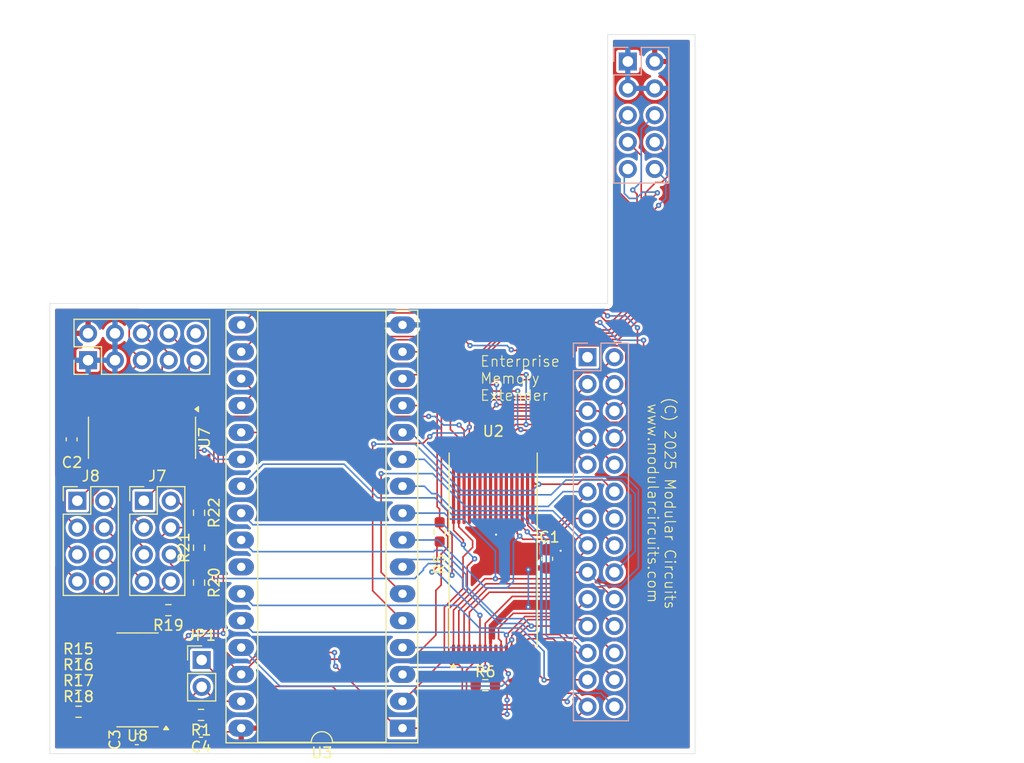
<source format=kicad_pcb>
(kicad_pcb (version 20240108) (generator "pcbnew") (generator_version "8.0")
  (layers (0 "F.Cu" signal) (31 "B.Cu" signal) (34 "B.Paste" user) (35 "F.Paste" user) (36 "B.SilkS" user "B.Silkscreen") (37 "F.SilkS" user "F.Silkscreen") (38 "B.Mask" user) (39 "F.Mask" user) (44 "Edge.Cuts" user))
  (net 0 "")
  (net 1 "GND")
  (net 2 "+5V")
  (net 3 "/A19")
  (net 4 "/~{WR}")
  (net 5 "/A16")
  (net 6 "/A17")
  (net 7 "/A18")
  (net 8 "/D6")
  (net 9 "/D7")
  (net 10 "/A1")
  (net 11 "/A10")
  (net 12 "/A15")
  (net 13 "/A4")
  (net 14 "/A8")
  (net 15 "/A14")
  (net 16 "/A20")
  (net 17 "/A11")
  (net 18 "/A0")
  (net 19 "/D1")
  (net 20 "/D3")
  (net 21 "/~{RD}")
  (net 22 "/A7")
  (net 23 "/D2")
  (net 24 "/D4")
  (net 25 "/A5")
  (net 26 "/D0")
  (net 27 "/D5")
  (net 28 "/A12")
  (net 29 "/A13")
  (net 30 "/A3")
  (net 31 "/A2")
  (net 32 "/A6")
  (net 33 "/A9")
  (net 34 "/A21")
  (net 35 "/~{MREQ}")
  (net 36 "/~{RFSH}")
  (net 37 "Net-(J7-Pin_8)")
  (net 38 "Net-(J7-Pin_2)")
  (net 39 "Net-(J7-Pin_1)")
  (net 40 "Net-(J7-Pin_5)")
  (net 41 "Net-(J7-Pin_3)")
  (net 42 "Net-(J7-Pin_7)")
  (net 43 "Net-(J7-Pin_4)")
  (net 44 "Net-(J7-Pin_6)")
  (net 45 "Net-(J8-Pin_1)")
  (net 46 "/MA14")
  (net 47 "Net-(J8-Pin_5)")
  (net 48 "Net-(J8-Pin_2)")
  (net 49 "Net-(J8-Pin_8)")
  (net 50 "Net-(J8-Pin_3)")
  (net 51 "Net-(J8-Pin_6)")
  (net 52 "Net-(J8-Pin_7)")
  (net 53 "Net-(J8-Pin_4)")
  (net 54 "/~{PGM}")
  (net 55 "/~{RAM_CS}")
  (net 56 "/~{ROM_CS}")
  (footprint "Resistor_SMD:R_0603_1608Metric_Pad0.98x0.95mm_HandSolder" (layer "F.Cu") (at 115.511547 107.74)
    (property "Reference" "R15")
    (property "Value" "10k")
  )
  (footprint "Resistor_SMD:R_0603_1608Metric_Pad0.98x0.95mm_HandSolder" (layer "F.Cu") (at 153.959547 109.728 180)
    (property "Reference" "R6")
    (property "Value" "10k")
  )
  (footprint "Resistor_SMD:R_0603_1608Metric_Pad0.98x0.95mm_HandSolder" (layer "F.Cu") (at 124.011547 102.64 180)
    (property "Reference" "R19")
    (property "Value" "10k")
  )
  (footprint "mem_ext_board:TSOP-I-32_11-18.4x8mm_P0.5mm" (layer "F.Cu") (at 154.701547 96.9925 90)
    (property "Reference" "U2")
    (property "Value" "AS6C1008-xxT")
  )
  (footprint "Package_SO:SO-14_3.9x8.65mm_P1.27mm" (layer "F.Cu") (at 121.099047 109.23 180)
    (property "Reference" "U8")
    (property "Value" "74LS21")
  )
  (footprint "Resistor_SMD:R_0603_1608Metric_Pad0.98x0.95mm_HandSolder" (layer "F.Cu") (at 126.911547 93.44 -90)
    (property "Reference" "R22")
    (property "Value" "10k")
  )
  (footprint "Resistor_SMD:R_0603_1608Metric_Pad0.98x0.95mm_HandSolder" (layer "F.Cu") (at 126.911547 96.74 90)
    (property "Reference" "R21")
    (property "Value" "10k")
  )
  (footprint "Resistor_SMD:R_0603_1608Metric_Pad0.98x0.95mm_HandSolder" (layer "F.Cu") (at 127.099047 112.54 180)
    (property "Reference" "R1")
    (property "Value" "10k")
  )
  (footprint "Resistor_SMD:R_0603_1608Metric_Pad0.98x0.95mm_HandSolder" (layer "F.Cu") (at 149.641547 95.25 -90)
    (property "Reference" "R5")
    (property "Value" "0")
  )
  (footprint "Capacitor_SMD:C_0603_1608Metric_Pad1.08x0.95mm_HandSolder" (layer "F.Cu") (at 114.871547 86.5 90)
    (property "Reference" "C2")
    (property "Value" "1u")
  )
  (footprint "Capacitor_SMD:C_0603_1608Metric_Pad1.08x0.95mm_HandSolder" (layer "F.Cu") (at 127.099047 114.14 180)
    (property "Reference" "C4")
    (property "Value" "1u")
  )
  (footprint "Connector_PinHeader_2.54mm:PinHeader_2x04_P2.54mm_Vertical" (layer "F.Cu") (at 115.411547 92.3)
    (property "Reference" "J8")
    (property "Value" "Conn_02x02_Odd_Even")
  )
  (footprint "Resistor_SMD:R_0603_1608Metric_Pad0.98x0.95mm_HandSolder" (layer "F.Cu") (at 115.511547 109.24)
    (property "Reference" "R16")
    (property "Value" "10k")
  )
  (footprint "Connector_PinHeader_2.54mm:PinHeader_2x04_P2.54mm_Vertical" (layer "F.Cu") (at 121.696547 92.3)
    (property "Reference" "J7")
    (property "Value" "Conn_02x02_Odd_Even")
  )
  (footprint "Connector_PinHeader_2.54mm:PinHeader_1x02_P2.54mm_Vertical" (layer "F.Cu") (at 127.159047 107.35)
    (property "Reference" "JP1")
    (property "Value" "Jumper_2_Open")
  )
  (footprint "Capacitor_SMD:C_0603_1608Metric_Pad1.08x0.95mm_HandSolder" (layer "F.Cu") (at 159.801547 97.79 90)
    (property "Reference" "C1")
    (property "Value" "1u")
  )
  (footprint "Package_SO:SO-16_3.9x9.9mm_P1.27mm" (layer "F.Cu") (at 121.521547 86.35 -90)
    (property "Reference" "U7")
    (property "Value" "74LS138")
  )
  (footprint "Capacitor_SMD:C_0603_1608Metric_Pad1.08x0.95mm_HandSolder" (layer "F.Cu") (at 121.031547 114.84)
    (property "Reference" "C3")
    (property "Value" "1u")
  )
  (footprint "Connector_PinHeader_2.54mm:PinHeader_2x05_P2.54mm_Vertical" (layer "F.Cu") (at 116.426547 79.025 90)
    (property "Reference" "J1" (hide yes))
    (property "Value" "Conn_02x05_Odd_Even")
  )
  (footprint "Resistor_SMD:R_0603_1608Metric_Pad0.98x0.95mm_HandSolder" (layer "F.Cu") (at 126.911547 100.04 -90)
    (property "Reference" "R20")
    (property "Value" "10k")
  )
  (footprint "Resistor_SMD:R_0603_1608Metric_Pad0.98x0.95mm_HandSolder" (layer "F.Cu") (at 115.511547 110.74)
    (property "Reference" "R17")
    (property "Value" "10k")
  )
  (footprint "Package_DIP:DIP-32_W15.24mm_Socket_LongPads" (layer "F.Cu") (at 146.136547 113.79 180)
    (property "Reference" "U3")
    (property "Value" "SST39SF040")
  )
  (footprint "Resistor_SMD:R_0603_1608Metric_Pad0.98x0.95mm_HandSolder" (layer "F.Cu") (at 115.524047 112.24)
    (property "Reference" "R18")
    (property "Value" "10k")
  )
  (footprint "Connector_PinSocket_2.54mm:PinSocket_2x05_P2.54mm_Vertical" (layer "B.Cu") (at 167.421547 50.8 180)
    (property "Reference" "J4" (hide yes))
    (property "Value" "Conn_02x05_Odd_Even")
  )
  (footprint "Connector_PinSocket_2.54mm:PinSocket_2x14_P2.54mm_Vertical" (layer "B.Cu") (at 163.611547 78.74 180)
    (property "Reference" "J3" (hide yes))
    (property "Value" "Conn_02x16_Row_Letter_First")
  )
  (gr_line (start 165.516547 73.66) (end 165.516547 48.26) (stroke (width 0.05)) (layer "Edge.Cuts"))
  (gr_line (start 173.771547 48.26) (end 173.771547 116.205) (stroke (width 0.05)) (layer "Edge.Cuts"))
  (gr_line (start 165.516547 48.26) (end 173.771547 48.26) (stroke (width 0.05)) (layer "Edge.Cuts"))
  (gr_line (start 165.516547 73.66) (end 112.811547 73.66) (stroke (width 0.05)) (layer "Edge.Cuts"))
  (gr_line (start 173.771547 116.205) (end 112.811547 116.205) (stroke (width 0.05)) (layer "Edge.Cuts"))
  (gr_line (start 112.811547 73.66) (end 112.811547 116.205) (stroke (width 0.05)) (layer "Edge.Cuts"))
  (gr_text "(C) 2025 Modular Circuits\nwww.modularcircuits.com" (at 169.211547 92.54 270) (layer "F.SilkS") (effects (font (size 1 1) (thickness 0.1)) (justify bottom)))
  (gr_text "Enterprise\nMemory\nExtender" (at 153.411547 82.94 0) (layer "F.SilkS") (effects (font (size 1 1) (thickness 0.1)) (justify left bottom)))
  (segment (start 161.071547 97.028) (end 160.971047 96.9275) (width 0.15) (layer "F.Cu") (net 1))
  (segment (start 154.966346 95.494799) (end 154.975547 95.504) (width 0.15) (layer "F.Cu") (net 1))
  (segment (start 114.871547 85.6375) (end 115.214047 85.6375) (width 0.15) (layer "F.Cu") (net 1))
  (segment (start 154.966346 93.80858) (end 154.966346 87.319799) (width 0.15) (layer "F.Cu") (net 1))
  (segment (start 154.966346 93.80858) (end 154.966346 95.494799) (width 0.15) (layer "F.Cu") (net 1))
  (segment (start 160.971047 96.9275) (end 159.801547 96.9275) (width 0.15) (layer "F.Cu") (net 1))
  (segment (start 154.966346 87.319799) (end 154.951547 87.305) (width 0.15) (layer "F.Cu") (net 1))
  (segment (start 115.214047 85.6375) (end 117.076547 83.775) (width 0.15) (layer "F.Cu") (net 1))
  (via (at 161.071547 97.028) (size 0.5) (drill 0.2) (layers "F.Cu" "B.Cu") (net 1))
  (via (at 154.975547 95.504) (size 0.5) (drill 0.2) (layers "F.Cu" "B.Cu") (net 1))
  (segment (start 167.421547 53.34) (end 172.011547 53.34) (width 0.15) (layer "B.Cu") (net 1))
  (segment (start 167.421547 50.8) (end 167.421547 53.34) (width 0.15) (layer "B.Cu") (net 1))
  (segment (start 154.451547 109.458) (end 154.975547 109.982) (width 0.15) (layer "F.Cu") (net 2))
  (segment (start 128.011547 114.09) (end 127.961547 114.14) (width 0.15) (layer "F.Cu") (net 2))
  (segment (start 118.624047 113.04) (end 115.411547 113.04) (width 0.15) (layer "F.Cu") (net 2))
  (segment (start 170.021547 50.74) (end 172.111547 50.74) (width 0.15) (layer "F.Cu") (net 2))
  (segment (start 158.021547 98.806) (end 158.175047 98.6525) (width 0.15) (layer "F.Cu") (net 2))
  (segment (start 114.599047 107.74) (end 114.599047 112.2275) (width 0.15) (layer "F.Cu") (net 2))
  (segment (start 115.411547 113.04) (end 114.611547 112.24) (width 0.15) (layer "F.Cu") (net 2))
  (segment (start 158.011547 102.34) (end 156.775547 102.34) (width 0.15) (layer "F.Cu") (net 2))
  (segment (start 154.451547 106.68) (end 154.451547 109.458) (width 0.15) (layer "F.Cu") (net 2))
  (segment (start 169.961547 50.8) (end 170.021547 50.74) (width 0.15) (layer "F.Cu") (net 2))
  (segment (start 154.451547 104.664) (end 154.451547 106.68) (width 0.15) (layer "F.Cu") (net 2))
  (segment (start 158.175047 98.6525) (end 159.801547 98.6525) (width 0.15) (layer "F.Cu") (net 2))
  (segment (start 126.911547 99.1275) (end 126.911547 97.6525) (width 0.15) (layer "F.Cu") (net 2))
  (segment (start 127.961547 114.14) (end 130.546547 114.14) (width 0.15) (layer "F.Cu") (net 2))
  (segment (start 120.169047 114.585) (end 118.624047 113.04) (width 0.15) (layer "F.Cu") (net 2))
  (segment (start 120.169047 114.84) (end 120.169047 114.585) (width 0.15) (layer "F.Cu") (net 2))
  (segment (start 156.775547 102.34) (end 154.451547 104.664) (width 0.15) (layer "F.Cu") (net 2))
  (segment (start 130.546547 114.14) (end 130.896547 113.79) (width 0.15) (layer "F.Cu") (net 2))
  (segment (start 128.011547 112.54) (end 128.011547 114.09) (width 0.15) (layer "F.Cu") (net 2))
  (segment (start 114.599047 112.2275) (end 114.611547 112.24) (width 0.15) (layer "F.Cu") (net 2))
  (via (at 158.011547 102.34) (size 0.5) (drill 0.2) (layers "F.Cu" "B.Cu") (net 2))
  (via (at 158.021547 98.806) (size 0.5) (drill 0.2) (layers "F.Cu" "B.Cu") (net 2))
  (segment (start 158.011547 102.34) (end 158.021547 102.33) (width 0.15) (layer "B.Cu") (net 2))
  (segment (start 158.021547 102.33) (end 158.021547 98.806) (width 0.15) (layer "B.Cu") (net 2))
  (segment (start 127.736547 77.065) (end 127.736547 75.885) (width 0.15) (layer "F.Cu") (net 3))
  (segment (start 123.426547 83.775) (end 123.426547 79.645) (width 0.15) (layer "F.Cu") (net 3))
  (segment (start 168.691547 59.69) (end 168.691547 73.163628) (width 0.15) (layer "F.Cu") (net 3))
  (segment (start 122.896547 76.008654) (end 122.896547 77.225) (width 0.15) (layer "F.Cu") (net 3))
  (segment (start 167.421547 58.42) (end 168.691547 59.69) (width 0.15) (layer "F.Cu") (net 3))
  (segment (start 124.046547 78.375) (end 124.046547 79.025) (width 0.15) (layer "F.Cu") (net 3))
  (segment (start 165.690175 76.165) (end 156.038019 76.165) (width 0.15) (layer "F.Cu") (net 3))
  (segment (start 127.736547 75.885) (end 127.14439 75.292843) (width 0.15) (layer "F.Cu") (net 3))
  (segment (start 168.691547 73.163628) (end 165.690175 76.165) (width 0.15) (layer "F.Cu") (net 3))
  (segment (start 156.038019 76.165) (end 152.873019 79.33) (width 0.15) (layer "F.Cu") (net 3))
  (segment (start 123.612358 75.292843) (end 122.896547 76.008654) (width 0.15) (layer "F.Cu") (net 3))
  (segment (start 130.001547 79.33) (end 127.736547 77.065) (width 0.15) (layer "F.Cu") (net 3))
  (segment (start 152.873019 79.33) (end 130.001547 79.33) (width 0.15) (layer "F.Cu") (net 3))
  (segment (start 127.14439 75.292843) (end 123.612358 75.292843) (width 0.15) (layer "F.Cu") (net 3))
  (segment (start 122.896547 77.225) (end 124.046547 78.375) (width 0.15) (layer "F.Cu") (net 3))
  (segment (start 123.426547 79.645) (end 124.046547 79.025) (width 0.15) (layer "F.Cu") (net 3))
  (segment (start 160.431547 114.94) (end 163.611547 111.76) (width 0.15) (layer "F.Cu") (net 4))
  (segment (start 152.181547 110.267222) (end 152.181547 108.299314) (width 0.15) (layer "F.Cu") (net 4))
  (segment (start 139.511547 109.84) (end 144.611547 114.94) (width 0.15) (layer "F.Cu") (net 4))
  (segment (start 154.364435 110.847112) (end 152.761437 110.847112) (width 0.15) (layer "F.Cu") (net 4))
  (segment (start 156.287918 111.6) (end 155.117323 111.6) (width 0.15) (layer "F.Cu") (net 4))
  (segment (start 152.761437 110.847112) (end 152.181547 110.267222) (width 0.15) (layer "F.Cu") (net 4))
  (segment (start 152.181547 108.299314) (end 152.951547 107.529314) (width 0.15) (layer "F.Cu") (net 4))
  (segment (start 157.397918 110.49) (end 156.287918 111.6) (width 0.15) (layer "F.Cu") (net 4))
  (segment (start 127.159047 107.35) (end 129.649047 109.84) (width 0.15) (layer "F.Cu") (net 4))
  (segment (start 163.611547 111.76) (end 162.341547 110.49) (width 0.15) (layer "F.Cu") (net 4))
  (segment (start 162.341547 110.49) (end 157.397918 110.49) (width 0.15) (layer "F.Cu") (net 4))
  (segment (start 155.117323 111.6) (end 154.364435 110.847112) (width 0.15) (layer "F.Cu") (net 4))
  (segment (start 152.951547 107.529314) (end 152.951547 106.68) (width 0.15) (layer "F.Cu") (net 4))
  (segment (start 129.649047 109.84) (end 139.511547 109.84) (width 0.15) (layer "F.Cu") (net 4))
  (segment (start 144.611547 114.94) (end 160.431547 114.94) (width 0.15) (layer "F.Cu") (net 4))
  (segment (start 152.756547 96.707) (end 152.756547 96.079) (width 0.15) (layer "F.Cu") (net 5))
  (segment (start 151.451547 86.36) (end 150.657547 85.566) (width 0.15) (layer "F.Cu") (net 5))
  (segment (start 152.756547 96.079) (end 151.451547 94.774) (width 0.15) (layer "F.Cu") (net 5))
  (segment (start 169.891547 64.836282) (end 170.325972 64.401857) (width 0.15) (layer "F.Cu") (net 5))
  (segment (start 150.088361 102.368185) (end 151.851547 100.604999) (width 0.15) (layer "F.Cu") (net 5))
  (segment (start 150.088361 107.298186) (end 150.088361 102.368185) (width 0.15) (layer "F.Cu") (net 5))
  (segment (start 151.451547 94.774) (end 151.451547 86.36) (width 0.15) (layer "F.Cu") (net 5))
  (segment (start 166.556547 77.065) (end 169.891547 73.73) (width 0.15) (layer "F.Cu") (net 5))
  (segment (start 150.657547 85.566) (end 150.657547 84.836) (width 0.15) (layer "F.Cu") (net 5))
  (segment (start 169.891547 73.73) (end 169.891547 64.836282) (width 0.15) (layer "F.Cu") (net 5))
  (segment (start 151.851547 100.604999) (end 151.851547 97.612) (width 0.15) (layer "F.Cu") (net 5))
  (segment (start 151.851547 97.612) (end 152.756547 96.707) (width 0.15) (layer "F.Cu") (net 5))
  (segment (start 150.657547 84.836) (end 151.419547 84.074) (width 0.15) (layer "F.Cu") (net 5))
  (segment (start 156.410811 77.065) (end 166.556547 77.065) (width 0.15) (layer "F.Cu") (net 5))
  (segment (start 146.136547 111.25) (end 150.088361 107.298186) (width 0.15) (layer "F.Cu") (net 5))
  (via (at 170.325972 64.401857) (size 0.5) (drill 0.2) (layers "F.Cu" "B.Cu") (net 5))
  (segment (start 171.009733 62.008186) (end 169.961547 60.96) (width 0.15) (layer "B.Cu") (net 5))
  (segment (start 170.325972 64.401857) (end 171.009733 63.718096) (width 0.15) (layer "B.Cu") (net 5))
  (segment (start 171.009733 63.718096) (end 171.009733 62.008186) (width 0.15) (layer "B.Cu") (net 5))
  (segment (start 125.966547 83.775) (end 125.966547 79.645) (width 0.15) (layer "F.Cu") (net 6))
  (segment (start 170.209734 63.207498) (end 169.491547 63.925685) (width 0.15) (layer "F.Cu") (net 6))
  (segment (start 149.288361 104.993846) (end 147.012207 107.27) (width 0.15) (layer "F.Cu") (net 6))
  (segment (start 149.288361 100.765678) (end 149.288361 104.993846) (width 0.15) (layer "F.Cu") (net 6))
  (segment (start 149.641547 94.3375) (end 149.641547 94.908278) (width 0.15) (layer "F.Cu") (net 6))
  (segment (start 149.641547 94.908278) (end 150.416547 95.683278) (width 0.15) (layer "F.Cu") (net 6))
  (segment (start 128.309047 86.1175) (end 128.309047 106.1225) (width 0.15) (layer "F.Cu") (net 6))
  (segment (start 132.336547 107.27) (end 130.896547 108.71) (width 0.15) (layer "F.Cu") (net 6))
  (segment (start 147.012207 107.27) (end 132.336547 107.27) (width 0.15) (layer "F.Cu") (net 6))
  (segment (start 128.309047 106.1225) (end 130.896547 108.71) (width 0.15) (layer "F.Cu") (net 6))
  (segment (start 150.416547 95.683278) (end 150.416547 96.701361) (width 0.15) (layer "F.Cu") (net 6))
  (segment (start 149.641547 93.102963) (end 149.641547 94.3375) (width 0.15) (layer "F.Cu") (net 6))
  (segment (start 125.966547 83.775) (end 128.309047 86.1175) (width 0.15) (layer "F.Cu") (net 6))
  (segment (start 125.966547 79.645) (end 126.586547 79.025) (width 0.15) (layer "F.Cu") (net 6))
  (segment (start 149.787547 100.266492) (end 149.288361 100.765678) (width 0.15) (layer "F.Cu") (net 6))
  (segment (start 169.491547 63.925685) (end 169.491547 73.495) (width 0.15) (layer "F.Cu") (net 6))
  (segment (start 149.787547 97.330361) (end 149.787547 100.266492) (width 0.15) (layer "F.Cu") (net 6))
  (segment (start 150.416547 96.701361) (end 149.787547 97.330361) (width 0.15) (layer "F.Cu") (net 6))
  (segment (start 149.406547 92.867963) (end 149.641547 93.102963) (width 0.15) (layer "F.Cu") (net 6))
  (segment (start 169.491547 73.495) (end 166.221547 76.765) (width 0.15) (layer "F.Cu") (net 6))
  (segment (start 149.406547 83.645) (end 149.406547 92.867963) (width 0.15) (layer "F.Cu") (net 6))
  (segment (start 166.221547 76.765) (end 156.286547 76.765) (width 0.15) (layer "F.Cu") (net 6))
  (via (at 170.209734 63.207498) (size 0.5) (drill 0.2) (layers "F.Cu" "B.Cu") (net 6))
  (segment (start 167.560176 63.74) (end 167.091547 63.271371) (width 0.15) (layer "B.Cu") (net 6))
  (segment (start 168.822918 63.14) (end 168.222918 63.74) (width 0.15) (layer "B.Cu") (net 6))
  (segment (start 170.209734 63.207498) (end 170.142236 63.14) (width 0.15) (layer "B.Cu") (net 6))
  (segment (start 170.142236 63.14) (end 168.822918 63.14) (width 0.15) (layer "B.Cu") (net 6))
  (segment (start 167.091547 61.29) (end 167.421547 60.96) (width 0.15) (layer "B.Cu") (net 6))
  (segment (start 167.091547 63.271371) (end 167.091547 61.29) (width 0.15) (layer "B.Cu") (net 6))
  (segment (start 168.222918 63.74) (end 167.560176 63.74) (width 0.15) (layer "B.Cu") (net 6))
  (segment (start 129.111229 80.140318) (end 129.111229 80.940318) (width 0.15) (layer "F.Cu") (net 7))
  (segment (start 156.162283 76.465) (end 152.997283 79.63) (width 0.15) (layer "F.Cu") (net 7))
  (segment (start 171.466547 59.925) (end 171.466547 61.385) (width 0.15) (layer "F.Cu") (net 7))
  (segment (start 125.211547 77.65) (end 124.046547 76.485) (width 0.15) (layer "F.Cu") (net 7))
  (segment (start 128.711547 81.34) (end 128.711547 105.84) (width 0.15) (layer "F.Cu") (net 7))
  (segment (start 170.611547 62.24) (end 170.045861 62.24) (width 0.15) (layer "F.Cu") (net 7))
  (segment (start 169.091547 63.194314) (end 169.091547 73.329314) (width 0.15) (layer "F.Cu") (net 7))
  (segment (start 156.011547 111.125) (end 156.011547 109.719344) (width 0.15) (layer "F.Cu") (net 7))
  (segment (start 132.542283 106.64) (end 139.711547 106.64) (width 0.15) (layer "F.Cu") (net 7))
  (segment (start 125.211547 80.74) (end 125.211547 77.74) (width 0.15) (layer "F.Cu") (net 7))
  (segment (start 131.642283 107.54) (end 132.542283 106.64) (width 0.15) (layer "F.Cu") (net 7))
  (segment (start 139.811547 107.94) (end 145.661547 113.79) (width 0.15) (layer "F.Cu") (net 7))
  (segment (start 124.696547 83.775) (end 124.696547 81.255) (width 0.15) (layer "F.Cu") (net 7))
  (segment (start 154.951547 108.659344) (end 154.951547 106.68) (width 0.15) (layer "F.Cu") (net 7))
  (segment (start 124.696547 81.255) (end 125.211547 80.74) (width 0.15) (layer "F.Cu") (net 7))
  (segment (start 128.711547 105.84) (end 130.411547 107.54) (width 0.15) (layer "F.Cu") (net 7))
  (segment (start 127.811547 79.640635) (end 127.811547 78.623654) (width 0.15) (layer "F.Cu") (net 7))
  (segment (start 156.011547 109.719344) (end 154.951547 108.659344) (width 0.15) (layer "F.Cu") (net 7))
  (segment (start 130.411547 107.54) (end 131.642283 107.54) (width 0.15) (layer "F.Cu") (net 7))
  (segment (start 169.961547 58.42) (end 171.466547 59.925) (width 0.15) (layer "F.Cu") (net 7))
  (segment (start 127.811547 78.623654) (end 126.927893 77.74) (width 0.15) (layer "F.Cu") (net 7))
  (segment (start 126.927893 77.74) (end 125.211547 77.74) (width 0.15) (layer "F.Cu") (net 7))
  (segment (start 150.176547 112.475) (end 148.861547 113.79) (width 0.15) (layer "F.Cu") (net 7))
  (segment (start 145.661547 113.79) (end 146.136547 113.79) (width 0.15) (layer "F.Cu") (net 7))
  (segment (start 169.091547 73.329314) (end 165.955861 76.465) (width 0.15) (layer "F.Cu") (net 7))
  (segment (start 125.211547 77.74) (end 125.211547 77.65) (width 0.15) (layer "F.Cu") (net 7))
  (segment (start 152.997283 79.63) (end 129.621547 79.63) (width 0.15) (layer "F.Cu") (net 7))
  (segment (start 156.011547 112.475) (end 150.176547 112.475) (width 0.15) (layer "F.Cu") (net 7))
  (segment (start 129.621547 79.63) (end 129.111229 80.140318) (width 0.15) (layer "F.Cu") (net 7))
  (segment (start 129.111229 80.940318) (end 128.711547 81.34) (width 0.15) (layer "F.Cu") (net 7))
  (segment (start 148.861547 113.79) (end 146.136547 113.79) (width 0.15) (layer "F.Cu") (net 7))
  (segment (start 171.466547 61.385) (end 170.611547 62.24) (width 0.15) (layer "F.Cu") (net 7))
  (segment (start 129.111229 80.940318) (end 127.811547 79.640635) (width 0.15) (layer "F.Cu") (net 7))
  (segment (start 165.955861 76.465) (end 156.162283 76.465) (width 0.15) (layer "F.Cu") (net 7))
  (segment (start 170.045861 62.24) (end 169.091547 63.194314) (width 0.15) (layer "F.Cu") (net 7))
  (via (at 156.011547 112.475) (size 0.5) (drill 0.2) (layers "F.Cu" "B.Cu") (net 7))
  (via (at 139.811547 107.94) (size 0.5) (drill 0.2) (layers "F.Cu" "B.Cu") (net 7))
  (via (at 139.711547 106.64) (size 0.5) (drill 0.2) (layers "F.Cu" "B.Cu") (net 7))
  (via (at 156.011547 111.125) (size 0.5) (drill 0.2) (layers "F.Cu" "B.Cu") (net 7))
  (segment (start 156.011547 112.475) (end 156.011547 111.125) (width 0.15) (layer "B.Cu") (net 7))
  (segment (start 139.711547 107.84) (end 139.811547 107.94) (width 0.15) (layer "B.Cu") (net 7))
  (segment (start 139.711547 106.64) (end 139.711547 107.84) (width 0.15) (layer "B.Cu") (net 7))
  (segment (start 155.011547 81.34) (end 151.335811 81.34) (width 0.15) (layer "F.Cu") (net 8))
  (segment (start 150.580811 82.095) (end 132.111547 82.095) (width 0.15) (layer "F.Cu") (net 8))
  (segment (start 155.011547 83.24) (end 152.951547 85.3) (width 0.15) (layer "F.Cu") (net 8))
  (segment (start 151.335811 81.34) (end 150.580811 82.095) (width 0.15) (layer "F.Cu") (net 8))
  (segment (start 155.031547 83.22) (end 161.671547 83.22) (width 0.15) (layer "F.Cu") (net 8))
  (segment (start 155.011547 83.24) (end 155.031547 83.22) (width 0.15) (layer "F.Cu") (net 8))
  (segment (start 152.951547 85.3) (end 152.951547 93.793781) (width 0.15) (layer "F.Cu") (net 8))
  (segment (start 152.951547 93.793781) (end 152.966346 93.80858) (width 0.15) (layer "F.Cu") (net 8))
  (segment (start 161.671547 83.22) (end 163.611547 81.28) (width 0.15) (layer "F.Cu") (net 8))
  (segment (start 132.111547 82.095) (end 130.896547 83.31) (width 0.15) (layer "F.Cu") (net 8))
  (via (at 155.011547 83.24) (size 0.5) (drill 0.2) (layers "F.Cu" "B.Cu") (net 8))
  (via (at 155.011547 81.34) (size 0.5) (drill 0.2) (layers "F.Cu" "B.Cu") (net 8))
  (segment (start 155.011547 81.34) (end 155.011547 83.24) (width 0.15) (layer "B.Cu") (net 8))
  (segment (start 144.286978 85.85) (end 145.311978 86.875) (width 0.15) (layer "F.Cu") (net 9))
  (segment (start 145.311978 86.875) (end 148.076547 86.875) (width 0.15) (layer "F.Cu") (net 9))
  (segment (start 165.076547 80.205) (end 166.151547 81.28) (width 0.15) (layer "F.Cu") (net 9))
  (segment (start 163.166267 80.205) (end 165.076547 80.205) (width 0.15) (layer "F.Cu") (net 9))
  (segment (start 154.186547 82.765) (end 160.606267 82.765) (width 0.15) (layer "F.Cu") (net 9))
  (segment (start 148.076547 86.875) (end 148.711547 86.24) (width 0.15) (layer "F.Cu") (net 9))
  (segment (start 152.451547 84.5) (end 154.186547 82.765) (width 0.15) (layer "F.Cu") (net 9))
  (segment (start 130.896547 85.85) (end 144.286978 85.85) (width 0.15) (layer "F.Cu") (net 9))
  (segment (start 152.466346 93.80858) (end 152.451547 93.793781) (width 0.15) (layer "F.Cu") (net 9))
  (segment (start 160.606267 82.765) (end 163.166267 80.205) (width 0.15) (layer "F.Cu") (net 9))
  (segment (start 152.451547 93.793781) (end 152.451547 84.5) (width 0.15) (layer "F.Cu") (net 9))
  (via (at 152.451547 85.34) (size 0.5) (drill 0.2) (layers "F.Cu" "B.Cu") (net 9))
  (via (at 148.711547 86.24) (size 0.5) (drill 0.2) (layers "F.Cu" "B.Cu") (net 9))
  (segment (start 151.891547 85.9) (end 152.451547 85.34) (width 0.15) (layer "B.Cu") (net 9))
  (segment (start 148.711547 86.24) (end 149.051547 85.9) (width 0.15) (layer "B.Cu") (net 9))
  (segment (start 149.051547 85.9) (end 151.891547 85.9) (width 0.15) (layer "B.Cu") (net 9))
  (segment (start 163.103547 97.91) (end 165.001547 97.91) (width 0.15) (layer "F.Cu") (net 10))
  (segment (start 151.951547 102.767744) (end 154.173291 100.546) (width 0.15) (layer "F.Cu") (net 10))
  (segment (start 165.001547 97.91) (end 166.151547 99.06) (width 0.15) (layer "F.Cu") (net 10))
  (segment (start 154.173291 100.546) (end 160.467547 100.546) (width 0.15) (layer "F.Cu") (net 10))
  (segment (start 160.467547 100.546) (end 163.103547 97.91) (width 0.15) (layer "F.Cu") (net 10))
  (segment (start 151.951547 106.68) (end 151.951547 102.767744) (width 0.15) (layer "F.Cu") (net 10))
  (segment (start 168.111547 91.64) (end 168.111547 97.1) (width 0.15) (layer "B.Cu") (net 10))
  (segment (start 148.195861 88.39) (end 151.545861 91.74) (width 0.15) (layer "B.Cu") (net 10))
  (segment (start 160.177232 91.74) (end 161.567232 90.35) (width 0.15) (layer "B.Cu") (net 10))
  (segment (start 146.136547 88.39) (end 148.195861 88.39) (width 0.15) (layer "B.Cu") (net 10))
  (segment (start 168.111547 97.1) (end 166.151547 99.06) (width 0.15) (layer "B.Cu") (net 10))
  (segment (start 151.545861 91.74) (end 160.177232 91.74) (width 0.15) (layer "B.Cu") (net 10))
  (segment (start 166.821547 90.35) (end 168.111547 91.64) (width 0.15) (layer "B.Cu") (net 10))
  (segment (start 161.567232 90.35) (end 166.821547 90.35) (width 0.15) (layer "B.Cu") (net 10))
  (segment (start 157.700067 104.94) (end 160.955861 104.94) (width 0.15) (layer "F.Cu") (net 11))
  (segment (start 162.695861 106.68) (end 163.611547 106.68) (width 0.15) (layer "F.Cu") (net 11))
  (segment (start 157.451547 105.18852) (end 157.700067 104.94) (width 0.15) (layer "F.Cu") (net 11))
  (segment (start 160.955861 104.94) (end 162.695861 106.68) (width 0.15) (layer "F.Cu") (net 11))
  (segment (start 157.451547 106.68) (end 157.451547 105.18852) (width 0.15) (layer "F.Cu") (net 11))
  (segment (start 150.820861 93.64) (end 149.210861 92.03) (width 0.15) (layer "B.Cu") (net 11))
  (segment (start 157.311547 93.64) (end 150.820861 93.64) (width 0.15) (layer "B.Cu") (net 11))
  (segment (start 140.611547 88.845635) (end 132.980912 88.845635) (width 0.15) (layer "B.Cu") (net 11))
  (segment (start 162.171547 105.24) (end 159.911547 105.24) (width 0.15) (layer "B.Cu") (net 11))
  (segment (start 159.911547 105.24) (end 159.711547 105.04) (width 0.15) (layer "B.Cu") (net 11))
  (segment (start 132.980912 88.845635) (end 130.896547 90.93) (width 0.15) (layer "B.Cu") (net 11))
  (segment (start 149.210861 92.03) (end 143.795912 92.03) (width 0.15) (layer "B.Cu") (net 11))
  (segment (start 143.795912 92.03) (end 140.611547 88.845635) (width 0.15) (layer "B.Cu") (net 11))
  (segment (start 163.611547 106.68) (end 162.171547 105.24) (width 0.15) (layer "B.Cu") (net 11))
  (segment (start 159.711547 96.04) (end 157.311547 93.64) (width 0.15) (layer "B.Cu") (net 11))
  (segment (start 159.711547 105.04) (end 159.711547 96.04) (width 0.15) (layer "B.Cu") (net 11))
  (segment (start 153.951547 103.894) (end 156.499547 101.346) (width 0.15) (layer "F.Cu") (net 12))
  (segment (start 165.001547 100.45) (end 166.151547 101.6) (width 0.15) (layer "F.Cu") (net 12))
  (segment (start 162.239201 101.346) (end 163.135201 100.45) (width 0.15) (layer "F.Cu") (net 12))
  (segment (start 163.135201 100.45) (end 165.001547 100.45) (width 0.15) (layer "F.Cu") (net 12))
  (segment (start 156.499547 101.346) (end 162.239201 101.346) (width 0.15) (layer "F.Cu") (net 12))
  (segment (start 153.951547 106.68) (end 153.951547 103.894) (width 0.15) (layer "F.Cu") (net 12))
  (segment (start 153.951547 108.015) (end 153.976547 108.04) (width 0.15) (layer "F.Cu") (net 12))
  (segment (start 153.951547 106.68) (end 153.951547 108.015) (width 0.15) (layer "F.Cu") (net 12))
  (via (at 153.976547 108.04) (size 0.5) (drill 0.2) (layers "F.Cu" "B.Cu") (net 12))
  (segment (start 153.976547 108.04) (end 146.806547 108.04) (width 0.15) (layer "B.Cu") (net 12))
  (segment (start 146.806547 108.04) (end 146.136547 108.71) (width 0.15) (layer "B.Cu") (net 12))
  (segment (start 157.513547 95.942) (end 160.437233 95.942) (width 0.15) (layer "F.Cu") (net 13))
  (segment (start 160.437233 95.942) (end 162.399233 93.98) (width 0.15) (layer "F.Cu") (net 13))
  (segment (start 156.951547 93.793781) (end 156.966346 93.80858) (width 0.15) (layer "F.Cu") (net 13))
  (segment (start 156.951547 87.305) (end 156.951547 93.793781) (width 0.15) (layer "F.Cu") (net 13))
  (segment (start 156.966346 95.394799) (end 157.513547 95.942) (width 0.15) (layer "F.Cu") (net 13))
  (segment (start 156.966346 93.80858) (end 156.966346 95.394799) (width 0.15) (layer "F.Cu") (net 13))
  (segment (start 162.399233 93.98) (end 163.611547 93.98) (width 0.15) (layer "F.Cu") (net 13))
  (via (at 157.211547 95.64) (size 0.5) (drill 0.2) (layers "F.Cu" "B.Cu") (net 13))
  (segment (start 156.611547 96.24) (end 157.211547 95.64) (width 0.15) (layer "B.Cu") (net 13))
  (segment (start 149.447233 96.01) (end 153.977233 100.54) (width 0.15) (layer "B.Cu") (net 13))
  (segment (start 156.611547 99.94) (end 156.611547 96.24) (width 0.15) (layer "B.Cu") (net 13))
  (segment (start 146.136547 96.01) (end 149.447233 96.01) (width 0.15) (layer "B.Cu") (net 13))
  (segment (start 156.011547 100.54) (end 156.611547 99.94) (width 0.15) (layer "B.Cu") (net 13))
  (segment (start 153.977233 100.54) (end 156.011547 100.54) (width 0.15) (layer "B.Cu") (net 13))
  (segment (start 158.451547 106.68) (end 158.451547 108.18) (width 0.15) (layer "F.Cu") (net 14))
  (segment (start 158.451547 108.18) (end 159.511547 109.24) (width 0.15) (layer "F.Cu") (net 14))
  (segment (start 159.531547 109.22) (end 163.611547 109.22) (width 0.15) (layer "F.Cu") (net 14))
  (segment (start 159.511547 109.24) (end 159.531547 109.22) (width 0.15) (layer "F.Cu") (net 14))
  (via (at 159.511547 109.24) (size 0.5) (drill 0.2) (layers "F.Cu" "B.Cu") (net 14))
  (segment (start 157.301547 104.33) (end 159.511547 106.54) (width 0.15) (layer "B.Cu") (net 14))
  (segment (start 131.996547 102.19) (end 151.271547 102.19) (width 0.15) (layer "B.Cu") (net 14))
  (segment (start 159.511547 106.54) (end 159.511547 109.24) (width 0.15) (layer "B.Cu") (net 14))
  (segment (start 130.896547 101.09) (end 131.996547 102.19) (width 0.15) (layer "B.Cu") (net 14))
  (segment (start 153.411547 104.33) (end 157.301547 104.33) (width 0.15) (layer "B.Cu") (net 14))
  (segment (start 151.271547 102.19) (end 153.411547 104.33) (width 0.15) (layer "B.Cu") (net 14))
  (segment (start 155.451547 105.58) (end 155.211547 105.34) (width 0.15) (layer "F.Cu") (net 15))
  (segment (start 162.271547 102.94) (end 163.611547 101.6) (width 0.15) (layer "F.Cu") (net 15))
  (segment (start 155.211547 104.328264) (end 156.599811 102.94) (width 0.15) (layer "F.Cu") (net 15))
  (segment (start 156.599811 102.94) (end 162.271547 102.94) (width 0.15) (layer "F.Cu") (net 15))
  (segment (start 155.451547 106.68) (end 155.451547 107.914015) (width 0.15) (layer "F.Cu") (net 15))
  (segment (start 156.137827 108.600295) (end 156.137827 108.644244) (width 0.15) (layer "F.Cu") (net 15))
  (segment (start 155.451547 106.68) (end 155.451547 105.58) (width 0.15) (layer "F.Cu") (net 15))
  (segment (start 155.451547 107.914015) (end 156.137827 108.600295) (width 0.15) (layer "F.Cu") (net 15))
  (segment (start 155.211547 105.34) (end 155.211547 104.328264) (width 0.15) (layer "F.Cu") (net 15))
  (via (at 156.137827 108.644244) (size 0.5) (drill 0.2) (layers "F.Cu" "B.Cu") (net 15))
  (segment (start 156.137827 108.644244) (end 156.137827 109.21372) (width 0.15) (layer "B.Cu") (net 15))
  (segment (start 134.536547 109.81) (end 130.896547 106.17) (width 0.15) (layer "B.Cu") (net 15))
  (segment (start 155.541547 109.81) (end 134.536547 109.81) (width 0.15) (layer "B.Cu") (net 15))
  (segment (start 156.137827 109.21372) (end 155.541547 109.81) (width 0.15) (layer "B.Cu") (net 15))
  (segment (start 165.974489 75.315) (end 165.314795 75.315) (width 0.15) (layer "F.Cu") (net 16))
  (segment (start 122.656547 77.635) (end 121.506547 76.485) (width 0.15) (layer "F.Cu") (net 16))
  (segment (start 168.291547 63.34) (end 168.291547 72.997942) (width 0.15) (layer "F.Cu") (net 16))
  (segment (start 164.859795 74.86) (end 154.791547 74.86) (width 0.15) (layer "F.Cu") (net 16))
  (segment (start 120.886547 81.271346) (end 122.656547 79.501346) (width 0.15) (layer "F.Cu") (net 16))
  (segment (start 129.861547 76.79) (end 127.731547 74.66) (width 0.15) (layer "F.Cu") (net 16))
  (segment (start 122.656547 79.501346) (end 122.656547 77.635) (width 0.15) (layer "F.Cu") (net 16))
  (segment (start 152.861547 76.79) (end 129.861547 76.79) (width 0.15) (layer "F.Cu") (net 16))
  (segment (start 120.886547 83.775) (end 120.886547 81.271346) (width 0.15) (layer "F.Cu") (net 16))
  (segment (start 168.291547 72.997942) (end 165.974489 75.315) (width 0.15) (layer "F.Cu") (net 16))
  (segment (start 154.791547 74.86) (end 152.861547 76.79) (width 0.15) (layer "F.Cu") (net 16))
  (segment (start 123.331547 74.66) (end 121.506547 76.485) (width 0.15) (layer "F.Cu") (net 16))
  (segment (start 167.891547 62.94) (end 168.291547 63.34) (width 0.15) (layer "F.Cu") (net 16))
  (segment (start 127.731547 74.66) (end 123.331547 74.66) (width 0.15) (layer "F.Cu") (net 16))
  (segment (start 165.314795 75.315) (end 164.859795 74.86) (width 0.15) (layer "F.Cu") (net 16))
  (via (at 167.891547 62.94) (size 0.5) (drill 0.2) (layers "F.Cu" "B.Cu") (net 16))
  (segment (start 168.691547 57.15) (end 169.961547 55.88) (width 0.15) (layer "B.Cu") (net 16))
  (segment (start 167.891547 62.94) (end 168.691547 62.14) (width 0.15) (layer "B.Cu") (net 16))
  (segment (start 168.691547 62.14) (end 168.691547 57.15) (width 0.15) (layer "B.Cu") (net 16))
  (segment (start 157.934381 104.14) (end 160.721547 104.14) (width 0.15) (layer "F.Cu") (net 17))
  (segment (start 156.951547 105.122834) (end 157.934381 104.14) (width 0.15) (layer "F.Cu") (net 17))
  (segment (start 161.871547 105.29) (end 164.711547 105.29) (width 0.15) (layer "F.Cu") (net 17))
  (segment (start 166.101547 106.68) (end 166.151547 106.68) (width 0.15) (layer "F.Cu") (net 17))
  (segment (start 160.721547 104.14) (end 161.871547 105.29) (width 0.15) (layer "F.Cu") (net 17))
  (segment (start 164.711547 105.29) (end 166.101547 106.68) (width 0.15) (layer "F.Cu") (net 17))
  (segment (start 156.951547 106.68) (end 156.951547 105.122834) (width 0.15) (layer "F.Cu") (net 17))
  (via (at 158.311547 104.14) (size 0.5) (drill 0.2) (layers "F.Cu" "B.Cu") (net 17))
  (segment (start 149.861547 96.99) (end 152.143547 99.272) (width 0.15) (layer "B.Cu") (net 17))
  (segment (start 152.143547 100.372) (end 155.211547 103.44) (width 0.15) (layer "B.Cu") (net 17))
  (segment (start 149.201547 96.99) (end 149.861547 96.99) (width 0.15) (layer "B.Cu") (net 17))
  (segment (start 131.996547 97.11) (end 149.081547 97.11) (width 0.15) (layer "B.Cu") (net 17))
  (segment (start 157.611547 103.44) (end 158.311547 104.14) (width 0.15) (layer "B.Cu") (net 17))
  (segment (start 155.211547 103.44) (end 157.611547 103.44) (width 0.15) (layer "B.Cu") (net 17))
  (segment (start 149.081547 97.11) (end 149.201547 96.99) (width 0.15) (layer "B.Cu") (net 17))
  (segment (start 130.896547 96.01) (end 131.996547 97.11) (width 0.15) (layer "B.Cu") (net 17))
  (segment (start 152.143547 99.272) (end 152.143547 100.372) (width 0.15) (layer "B.Cu") (net 17))
  (segment (start 163.611547 99.06) (end 162.561547 99.06) (width 0.15) (layer "F.Cu") (net 18))
  (segment (start 154.338977 100.946) (end 152.451547 102.83343) (width 0.15) (layer "F.Cu") (net 18))
  (segment (start 162.561547 99.06) (end 160.675547 100.946) (width 0.15) (layer "F.Cu") (net 18))
  (segment (start 160.675547 100.946) (end 154.338977 100.946) (width 0.15) (layer "F.Cu") (net 18))
  (segment (start 152.451547 102.83343) (end 152.451547 106.68) (width 0.15) (layer "F.Cu") (net 18))
  (segment (start 146.921547 85.85) (end 151.121547 90.05) (width 0.15) (layer "B.Cu") (net 18))
  (segment (start 151.121547 90.05) (end 167.221547 90.05) (width 0.15) (layer "B.Cu") (net 18))
  (segment (start 167.221547 90.05) (end 168.411547 91.24) (width 0.15) (layer "B.Cu") (net 18))
  (segment (start 166.711547 100.34) (end 164.891547 100.34) (width 0.15) (layer "B.Cu") (net 18))
  (segment (start 168.411547 91.24) (end 168.411547 98.64) (width 0.15) (layer "B.Cu") (net 18))
  (segment (start 164.891547 100.34) (end 163.611547 99.06) (width 0.15) (layer "B.Cu") (net 18))
  (segment (start 168.411547 98.64) (end 166.711547 100.34) (width 0.15) (layer "B.Cu") (net 18))
  (segment (start 146.136547 85.85) (end 146.921547 85.85) (width 0.15) (layer "B.Cu") (net 18))
  (segment (start 163.371547 87.75) (end 165.001547 87.75) (width 0.15) (layer "F.Cu") (net 19))
  (segment (start 155.951547 87.305) (end 155.951547 85.97) (width 0.15) (layer "F.Cu") (net 19))
  (segment (start 146.516547 80.39) (end 157.811547 80.39) (width 0.15) (layer "F.Cu") (net 19))
  (segment (start 146.136547 80.77) (end 146.516547 80.39) (width 0.15) (layer "F.Cu") (net 19))
  (segment (start 165.001547 87.75) (end 166.151547 88.9) (width 0.15) (layer "F.Cu") (net 19))
  (segment (start 157.811547 85.1) (end 160.721547 85.1) (width 0.15) (layer "F.Cu") (net 19))
  (segment (start 155.951547 93.793781) (end 155.966346 93.80858) (width 0.15) (layer "F.Cu") (net 19))
  (segment (start 156.821547 85.1) (end 157.811547 85.1) (width 0.15) (layer "F.Cu") (net 19))
  (segment (start 160.721547 85.1) (end 163.371547 87.75) (width 0.15) (layer "F.Cu") (net 19))
  (segment (start 155.951547 85.97) (end 156.821547 85.1) (width 0.15) (layer "F.Cu") (net 19))
  (segment (start 155.951547 87.305) (end 155.951547 93.793781) (width 0.15) (layer "F.Cu") (net 19))
  (via (at 157.811547 80.39) (size 0.5) (drill 0.2) (layers "F.Cu" "B.Cu") (net 19))
  (via (at 157.811547 85.1) (size 0.5) (drill 0.2) (layers "F.Cu" "B.Cu") (net 19))
  (segment (start 157.811547 80.39) (end 157.811547 85.1) (width 0.15) (layer "B.Cu") (net 19))
  (segment (start 164.891547 85.1) (end 166.151547 86.36) (width 0.15) (layer "F.Cu") (net 20))
  (segment (start 154.451547 93.793781) (end 154.466346 93.80858) (width 0.15) (layer "F.Cu") (net 20))
  (segment (start 154.451547 85.87) (end 156.021547 84.3) (width 0.15) (layer "F.Cu") (net 20))
  (segment (start 156.021547 84.3) (end 162.465201 84.3) (width 0.15) (layer "F.Cu") (net 20))
  (segment (start 132.026547 74.56) (end 165.231547 74.56) (width 0.15) (layer "F.Cu") (net 20))
  (segment (start 168.332423 75.960876) (end 168.332423 84.179124) (width 0.15) (layer "F.Cu") (net 20))
  (segment (start 165.231547 74.56) (end 165.511547 74.84) (width 0.15) (layer "F.Cu") (net 20))
  (segment (start 130.896547 75.69) (end 132.026547 74.56) (width 0.15) (layer "F.Cu") (net 20))
  (segment (start 154.451547 87.305) (end 154.451547 85.87) (width 0.15) (layer "F.Cu") (net 20))
  (segment (start 154.451547 87.305) (end 154.451547 93.793781) (width 0.15) (layer "F.Cu") (net 20))
  (segment (start 162.465201 84.3) (end 163.265201 85.1) (width 0.15) (layer "F.Cu") (net 20))
  (segment (start 163.265201 85.1) (end 164.891547 85.1) (width 0.15) (layer "F.Cu") (net 20))
  (segment (start 168.332423 84.179124) (end 166.151547 86.36) (width 0.15) (layer "F.Cu") (net 20))
  (via (at 165.511547 74.84) (size 0.5) (drill 0.2) (layers "F.Cu" "B.Cu") (net 20))
  (via (at 168.332423 75.960876) (size 0.5) (drill 0.2) (layers "F.Cu" "B.Cu") (net 20))
  (segment (start 165.511547 74.84) (end 167.211547 74.84) (width 0.15) (layer "B.Cu") (net 20))
  (segment (start 167.211547 74.84) (end 168.332423 75.960876) (width 0.15) (layer "B.Cu") (net 20))
  (segment (start 152.251547 98.482) (end 152.251547 100.770686) (width 0.15) (layer "F.Cu") (net 21))
  (segment (start 150.501547 102.520686) (end 150.501547 107.54991) (width 0.15) (layer "F.Cu") (net 21))
  (segment (start 154.208592 111.256955) (end 154.951637 112) (width 0.15) (layer "F.Cu") (net 21))
  (segment (start 151.783611 108.131564) (end 151.781547 108.133628) (width 0.15) (layer "F.Cu") (net 21))
  (segment (start 154.951637 112) (end 156.453604 112) (width 0.15) (layer "F.Cu") (net 21))
  (segment (start 150.951547 87.305) (end 150.951547 93.793781) (width 0.15) (layer "F.Cu") (net 21))
  (segment (start 151.781547 108.133628) (end 151.781547 110.598) (width 0.15) (layer "F.Cu") (net 21))
  (segment (start 157.328604 111.125) (end 161.533205 111.125) (width 0.15) (layer "F.Cu") (net 21))
  (segment (start 151.419547 107.7675) (end 151.783611 108.131564) (width 0.15) (layer "F.Cu") (net 21))
  (segment (start 150.951547 93.793781) (end 150.966346 93.80858) (width 0.15) (layer "F.Cu") (net 21))
  (segment (start 156.453604 112) (end 157.328604 111.125) (width 0.15) (layer "F.Cu") (net 21))
  (segment (start 151.781547 110.598) (end 152.440502 111.256955) (width 0.15) (layer "F.Cu") (net 21))
  (segment (start 150.719137 107.7675) (end 151.419547 107.7675) (width 0.15) (layer "F.Cu") (net 21))
  (segment (start 152.943547 97.79) (end 152.251547 98.482) (width 0.15) (layer "F.Cu") (net 21))
  (segment (start 151.884361 96.447814) (end 151.884361 96.01972) (width 0.15) (layer "F.Cu") (net 21))
  (segment (start 150.966346 95.101705) (end 150.966346 93.80858) (width 0.15) (layer "F.Cu") (net 21))
  (segment (start 152.251547 100.770686) (end 150.501547 102.520686) (width 0.15) (layer "F.Cu") (net 21))
  (segment (start 150.501547 107.54991) (end 150.719137 107.7675) (width 0.15) (layer "F.Cu") (net 21))
  (segment (start 161.533205 111.125) (end 161.698205 111.29) (width 0.15) (layer "F.Cu") (net 21))
  (segment (start 151.884361 96.01972) (end 150.966346 95.101705) (width 0.15) (layer "F.Cu") (net 21))
  (segment (start 152.440502 111.256955) (end 154.208592 111.256955) (width 0.15) (layer "F.Cu") (net 21))
  (via (at 161.698205 111.29) (size 0.5) (drill 0.2) (layers "F.Cu" "B.Cu") (net 21))
  (via (at 151.884361 96.447814) (size 0.5) (drill 0.2) (layers "F.Cu" "B.Cu") (net 21))
  (via (at 152.943547 97.79) (size 0.5) (drill 0.2) (layers "F.Cu" "B.Cu") (net 21))
  (segment (start 161.698205 111.013342) (end 162.221547 110.49) (width 0.15) (layer "B.Cu") (net 21))
  (segment (start 164.881547 110.49) (end 166.151547 111.76) (width 0.15) (layer "B.Cu") (net 21))
  (segment (start 161.698205 111.29) (end 161.698205 111.013342) (width 0.15) (layer "B.Cu") (net 21))
  (segment (start 130.896547 93.47) (end 131.996547 94.57) (width 0.15) (layer "B.Cu") (net 21))
  (segment (start 162.221547 110.49) (end 164.881547 110.49) (width 0.15) (layer "B.Cu") (net 21))
  (segment (start 151.884361 96.447814) (end 151.956547 96.52) (width 0.15) (layer "B.Cu") (net 21))
  (segment (start 151.956547 96.803) (end 152.943547 97.79) (width 0.15) (layer "B.Cu") (net 21))
  (segment (start 131.996547 94.57) (end 150.006547 94.57) (width 0.15) (layer "B.Cu") (net 21))
  (segment (start 150.006547 94.57) (end 151.884361 96.447814) (width 0.15) (layer "B.Cu") (net 21))
  (segment (start 151.956547 96.52) (end 151.956547 96.803) (width 0.15) (layer "B.Cu") (net 21))
  (segment (start 159.011547 90.74) (end 162.685201 90.74) (width 0.15) (layer "F.Cu") (net 22))
  (segment (start 143.311547 100.805) (end 143.311547 87.14) (width 0.15) (layer "F.Cu") (net 22))
  (segment (start 143.311547 87.04) (end 143.411547 86.94) (width 0.15) (layer "F.Cu") (net 22))
  (segment (start 158.451547 87.305) (end 158.451547 93.793781) (width 0.15) (layer "F.Cu") (net 22))
  (segment (start 143.311547 87.14) (end 143.311547 87.04) (width 0.15) (layer "F.Cu") (net 22))
  (segment (start 159.011547 90.74) (end 158.699047 90.74) (width 0.15) (layer "F.Cu") (net 22))
  (segment (start 162.685201 90.74) (end 163.135201 90.29) (width 0.15) (layer "F.Cu") (net 22))
  (segment (start 163.135201 90.29) (end 165.001547 90.29) (width 0.15) (layer "F.Cu") (net 22))
  (segment (start 146.136547 103.63) (end 143.311547 100.805) (width 0.15) (layer "F.Cu") (net 22))
  (segment (start 158.451547 93.793781) (end 158.466346 93.80858) (width 0.15) (layer "F.Cu") (net 22))
  (segment (start 165.001547 90.29) (end 166.151547 91.44) (width 0.15) (layer "F.Cu") (net 22))
  (segment (start 158.699047 90.74) (end 158.451547 90.4925) (width 0.15) (layer "F.Cu") (net 22))
  (via (at 143.411547 86.94) (size 0.5) (drill 0.2) (layers "F.Cu" "B.Cu") (net 22))
  (via (at 159.011547 90.74) (size 0.5) (drill 0.2) (layers "F.Cu" "B.Cu") (net 22))
  (segment (start 147.321547 86.95) (end 143.421547 86.95) (width 0.15) (layer "B.Cu") (net 22))
  (segment (start 158.411547 91.34) (end 151.711547 91.34) (width 0.15) (layer "B.Cu") (net 22))
  (segment (start 151.711547 91.34) (end 147.321547 86.95) (width 0.15) (layer "B.Cu") (net 22))
  (segment (start 159.011547 90.74) (end 158.411547 91.34) (width 0.15) (layer "B.Cu") (net 22))
  (segment (start 143.421547 86.95) (end 143.411547 86.94) (width 0.15) (layer "B.Cu") (net 22))
  (segment (start 155.451547 93.793781) (end 155.451547 85.87) (width 0.15) (layer "F.Cu") (net 23))
  (segment (start 156.317003 75.461752) (end 164.789795 75.461752) (width 0.15) (layer "F.Cu") (net 23))
  (segment (start 168.911547 85.12028) (end 168.911547 77.14) (width 0.15) (layer "F.Cu") (net 23))
  (segment (start 153.548755 78.23) (end 156.317003 75.461752) (width 0.15) (layer "F.Cu") (net 23))
  (segment (start 156.721547 84.6) (end 161.851547 84.6) (width 0.15) (layer "F.Cu") (net 23))
  (segment (start 146.136547 78.23) (end 153.548755 78.23) (width 0.15) (layer "F.Cu") (net 23))
  (segment (start 163.611547 86.36) (end 164.686547 87.435) (width 0.15) (layer "F.Cu") (net 23))
  (segment (start 161.851547 84.6) (end 163.611547 86.36) (width 0.15) (layer "F.Cu") (net 23))
  (segment (start 166.596827 87.435) (end 168.911547 85.12028) (width 0.15) (layer "F.Cu") (net 23))
  (segment (start 155.451547 85.87) (end 156.721547 84.6) (width 0.15) (layer "F.Cu") (net 23))
  (segment (start 155.466346 93.80858) (end 155.451547 93.793781) (width 0.15) (layer "F.Cu") (net 23))
  (segment (start 164.686547 87.435) (end 166.596827 87.435) (width 0.15) (layer "F.Cu") (net 23))
  (via (at 164.789795 75.461752) (size 0.5) (drill 0.2) (layers "F.Cu" "B.Cu") (net 23))
  (via (at 168.911547 77.14) (size 0.5) (drill 0.2) (layers "F.Cu" "B.Cu") (net 23))
  (segment (start 164.789795 75.461752) (end 166.468043 77.14) (width 0.15) (layer "B.Cu") (net 23))
  (segment (start 166.468043 77.14) (end 168.911547 77.14) (width 0.15) (layer "B.Cu") (net 23))
  (segment (start 152.511547 77.64) (end 151.961547 77.09) (width 0.15) (layer "F.Cu") (net 24))
  (segment (start 132.036547 77.09) (end 130.896547 78.23) (width 0.15) (layer "F.Cu") (net 24))
  (segment (start 166.760811 77.365) (end 157.610811 77.365) (width 0.15) (layer "F.Cu") (net 24))
  (segment (start 157.610811 77.365) (end 156.873679 78.102132) (width 0.15) (layer "F.Cu") (net 24))
  (segment (start 156.873679 78.102132) (end 156.473679 78.102132) (width 0.15) (layer "F.Cu") (net 24))
  (segment (start 153.966346 93.80858) (end 153.951547 93.793781) (width 0.15) (layer "F.Cu") (net 24))
  (segment (start 153.951547 85.8) (end 155.931547 83.82) (width 0.15) (layer "F.Cu") (net 24))
  (segment (start 151.961547 77.09) (end 132.036547 77.09) (width 0.15) (layer "F.Cu") (net 24))
  (segment (start 155.931547 83.82) (end 163.611547 83.82) (width 0.15) (layer "F.Cu") (net 24))
  (segment (start 153.951547 93.793781) (end 153.951547 85.8) (width 0.15) (layer "F.Cu") (net 24))
  (segment (start 166.596827 84.895) (end 167.526547 83.96528) (width 0.15) (layer "F.Cu") (net 24))
  (segment (start 163.611547 83.82) (end 164.631267 83.82) (width 0.15) (layer "F.Cu") (net 24))
  (segment (start 156.473679 78.102132) (end 156.411547 78.04) (width 0.15) (layer "F.Cu") (net 24))
  (segment (start 164.631267 83.82) (end 165.706267 84.895) (width 0.15) (layer "F.Cu") (net 24))
  (segment (start 165.706267 84.895) (end 166.596827 84.895) (width 0.15) (layer "F.Cu") (net 24))
  (segment (start 167.526547 83.96528) (end 167.526547 78.130736) (width 0.15) (layer "F.Cu") (net 24))
  (segment (start 167.526547 78.130736) (end 166.760811 77.365) (width 0.15) (layer "F.Cu") (net 24))
  (via (at 156.411547 78.04) (size 0.5) (drill 0.2) (layers "F.Cu" "B.Cu") (net 24))
  (via (at 152.511547 77.64) (size 0.5) (drill 0.2) (layers "F.Cu" "B.Cu") (net 24))
  (segment (start 156.011547 77.64) (end 156.411547 78.04) (width 0.15) (layer "B.Cu") (net 24))
  (segment (start 152.511547 77.64) (end 156.011547 77.64) (width 0.15) (layer "B.Cu") (net 24))
  (segment (start 166.151547 93.98) (end 165.001547 92.83) (width 0.15) (layer "F.Cu") (net 25))
  (segment (start 157.451547 93.793781) (end 157.466346 93.80858) (width 0.15) (layer "F.Cu") (net 25))
  (segment (start 162.983547 92.83) (end 160.271547 95.542) (width 0.15) (layer "F.Cu") (net 25))
  (segment (start 157.451547 87.305) (end 157.451547 93.793781) (width 0.15) (layer "F.Cu") (net 25))
  (segment (start 165.001547 92.83) (end 162.983547 92.83) (width 0.15) (layer "F.Cu") (net 25))
  (segment (start 157.466346 93.80858) (end 157.466346 94.787743) (width 0.15) (layer "F.Cu") (net 25))
  (segment (start 158.220603 95.542) (end 157.915075 95.236472) (width 0.15) (layer "F.Cu") (net 25))
  (segment (start 160.271547 95.542) (end 158.220603 95.542) (width 0.15) (layer "F.Cu") (net 25))
  (segment (start 157.466346 94.787743) (end 157.915075 95.236472) (width 0.15) (layer "F.Cu") (net 25))
  (via (at 157.915075 95.236472) (size 0.5) (drill 0.2) (layers "F.Cu" "B.Cu") (net 25))
  (segment (start 151.811547 99.64) (end 151.811547 100.464264) (width 0.15) (layer "B.Cu") (net 25))
  (segment (start 158.114795 104.615) (end 158.636547 104.615) (width 0.15) (layer "B.Cu") (net 25))
  (segment (start 151.811547 100.464264) (end 155.249415 103.902132) (width 0.15) (layer "B.Cu") (net 25))
  (segment (start 150.023679 97.852132) (end 151.811547 99.64) (width 0.15) (layer "B.Cu") (net 25))
  (segment (start 146.834415 97.852132) (end 150.023679 97.852132) (width 0.15) (layer "B.Cu") (net 25))
  (segment (start 158.786547 96.107944) (end 157.915075 95.236472) (width 0.15) (layer "B.Cu") (net 25))
  (segment (start 158.786547 104.465) (end 158.786547 96.107944) (width 0.15) (layer "B.Cu") (net 25))
  (segment (start 157.401927 103.902132) (end 158.114795 104.615) (width 0.15) (layer "B.Cu") (net 25))
  (segment (start 155.249415 103.902132) (end 157.401927 103.902132) (width 0.15) (layer "B.Cu") (net 25))
  (segment (start 158.636547 104.615) (end 158.786547 104.465) (width 0.15) (layer "B.Cu") (net 25))
  (segment (start 146.136547 98.55) (end 146.834415 97.852132) (width 0.15) (layer "B.Cu") (net 25))
  (segment (start 156.987233 85.5) (end 157.311547 85.5) (width 0.15) (layer "F.Cu") (net 26))
  (segment (start 156.451547 86.035686) (end 156.987233 85.5) (width 0.15) (layer "F.Cu") (net 26))
  (segment (start 150.483283 83.31) (end 151.853283 81.94) (width 0.15) (layer "F.Cu") (net 26))
  (segment (start 156.451547 87.305) (end 156.451547 93.793781) (width 0.15) (layer "F.Cu") (net 26))
  (segment (start 146.136547 83.31) (end 150.483283 83.31) (width 0.15) (layer "F.Cu") (net 26))
  (segment (start 151.853283 81.94) (end 157.011547 81.94) (width 0.15) (layer "F.Cu") (net 26))
  (segment (start 157.311547 85.5) (end 157.451547 85.64) (width 0.15) (layer "F.Cu") (net 26))
  (segment (start 157.451547 85.64) (end 160.351547 85.64) (width 0.15) (layer "F.Cu") (net 26))
  (segment (start 157.311547 85.5) (end 157.311547 85.575) (width 0.15) (layer "F.Cu") (net 26))
  (segment (start 156.451547 93.793781) (end 156.466346 93.80858) (width 0.15) (layer "F.Cu") (net 26))
  (segment (start 156.451547 87.305) (end 156.451547 86.035686) (width 0.15) (layer "F.Cu") (net 26))
  (segment (start 160.351547 85.64) (end 163.611547 88.9) (width 0.15) (layer "F.Cu") (net 26))
  (via (at 157.311547 85.575) (size 0.5) (drill 0.2) (layers "F.Cu" "B.Cu") (net 26))
  (via (at 157.011547 81.94) (size 0.5) (drill 0.2) (layers "F.Cu" "B.Cu") (net 26))
  (segment (start 157.011547 81.94) (end 157.011547 85.275) (width 0.15) (layer "B.Cu") (net 26))
  (segment (start 157.311547 85.44) (end 157.311547 85.575) (width 0.15) (layer "B.Cu") (net 26))
  (segment (start 157.011547 85.275) (end 157.311547 85.575) (width 0.15) (layer "B.Cu") (net 26))
  (segment (start 162.536547 78.115) (end 162.536547 77.665) (width 0.15) (layer "F.Cu") (net 27))
  (segment (start 165.076547 82.745) (end 166.151547 83.82) (width 0.15) (layer "F.Cu") (net 27))
  (segment (start 155.807283 83.52) (end 161.795811 83.52) (width 0.15) (layer "F.Cu") (net 27))
  (segment (start 159.786547 80.865) (end 162.536547 78.115) (width 0.15) (layer "F.Cu") (net 27))
  (segment (start 154.814795 80.865) (end 159.786547 80.865) (width 0.15) (layer "F.Cu") (net 27))
  (segment (start 162.570811 82.745) (end 165.076547 82.745) (width 0.15) (layer "F.Cu") (net 27))
  (segment (start 161.795811 83.52) (end 162.570811 82.745) (width 0.15) (layer "F.Cu") (net 27))
  (segment (start 154.639795 81.04) (end 154.814795 80.865) (width 0.15) (layer "F.Cu") (net 27))
  (segment (start 166.636547 77.665) (end 167.226547 78.255) (width 0.15) (layer "F.Cu") (net 27))
  (segment (start 131.921547 81.795) (end 150.456547 81.795) (width 0.15) (layer "F.Cu") (net 27))
  (segment (start 130.896547 80.77) (end 131.921547 81.795) (width 0.15) (layer "F.Cu") (net 27))
  (segment (start 153.466346 93.80858) (end 153.451547 93.793781) (width 0.15) (layer "F.Cu") (net 27))
  (segment (start 151.211547 81.04) (end 154.639795 81.04) (width 0.15) (layer "F.Cu") (net 27))
  (segment (start 153.451547 93.793781) (end 153.451547 85.875736) (width 0.15) (layer "F.Cu") (net 27))
  (segment (start 167.226547 82.745) (end 166.151547 83.82) (width 0.15) (layer "F.Cu") (net 27))
  (segment (start 167.226547 78.255) (end 167.226547 82.745) (width 0.15) (layer "F.Cu") (net 27))
  (segment (start 162.536547 77.665) (end 166.636547 77.665) (width 0.15) (layer "F.Cu") (net 27))
  (segment (start 153.451547 85.875736) (end 155.807283 83.52) (width 0.15) (layer "F.Cu") (net 27))
  (segment (start 150.456547 81.795) (end 151.211547 81.04) (width 0.15) (layer "F.Cu") (net 27))
  (segment (start 157.968695 103.54) (end 163.009465 103.54) (width 0.15) (layer "F.Cu") (net 28))
  (segment (start 156.451547 105.057148) (end 157.968695 103.54) (width 0.15) (layer "F.Cu") (net 28))
  (segment (start 156.451547 106.68) (end 156.451547 105.057148) (width 0.15) (layer "F.Cu") (net 28))
  (segment (start 163.010506 103.538959) (end 163.611547 104.14) (width 0.15) (layer "F.Cu") (net 28))
  (segment (start 163.009465 103.54) (end 163.010506 103.538959) (width 0.15) (layer "F.Cu") (net 28))
  (via (at 156.451547 105.44) (size 0.5) (drill 0.2) (layers "F.Cu" "B.Cu") (net 28))
  (segment (start 155.721547 106.17) (end 156.451547 105.44) (width 0.15) (layer "B.Cu") (net 28))
  (segment (start 146.136547 106.17) (end 155.721547 106.17) (width 0.15) (layer "B.Cu") (net 28))
  (segment (start 163.135201 102.99) (end 165.001547 102.99) (width 0.15) (layer "F.Cu") (net 29))
  (segment (start 155.951547 104.991462) (end 157.703009 103.24) (width 0.15) (layer "F.Cu") (net 29))
  (segment (start 165.001547 102.99) (end 166.151547 104.14) (width 0.15) (layer "F.Cu") (net 29))
  (segment (start 162.885201 103.24) (end 163.135201 102.99) (width 0.15) (layer "F.Cu") (net 29))
  (segment (start 157.703009 103.24) (end 162.885201 103.24) (width 0.15) (layer "F.Cu") (net 29))
  (segment (start 155.951547 106.68) (end 155.951547 104.991462) (width 0.15) (layer "F.Cu") (net 29))
  (via (at 155.951547 104.991462) (size 0.5) (drill 0.2) (layers "F.Cu" "B.Cu") (net 29))
  (segment (start 131.996547 104.73) (end 155.690085 104.73) (width 0.15) (layer "B.Cu") (net 29))
  (segment (start 130.896547 103.63) (end 131.996547 104.73) (width 0.15) (layer "B.Cu") (net 29))
  (segment (start 155.690085 104.73) (end 155.951547 104.991462) (width 0.15) (layer "B.Cu") (net 29))
  (segment (start 162.021547 96.483654) (end 162.021547 97.860628) (width 0.15) (layer "F.Cu") (net 30))
  (segment (start 166.151547 96.52) (end 165.231547 95.6) (width 0.15) (layer "F.Cu") (net 30))
  (segment (start 165.221547 95.6) (end 164.921547 95.3) (width 0.15) (layer "F.Cu") (net 30))
  (segment (start 160.211547 99.670628) (end 154.911919 99.670628) (width 0.15) (layer "F.Cu") (net 30))
  (segment (start 163.205201 95.3) (end 162.021547 96.483654) (width 0.15) (layer "F.Cu") (net 30))
  (segment (start 153.916919 99.671) (end 150.951547 102.636372) (width 0.15) (layer "F.Cu") (net 30))
  (segment (start 153.916919 99.671) (end 154.911547 99.671) (width 0.15) (layer "F.Cu") (net 30))
  (segment (start 165.231547 95.6) (end 165.221547 95.6) (width 0.15) (layer "F.Cu") (net 30))
  (segment (start 150.951547 102.636372) (end 150.951547 106.68) (width 0.15) (layer "F.Cu") (net 30))
  (segment (start 162.021547 97.860628) (end 160.211547 99.670628) (width 0.15) (layer "F.Cu") (net 30))
  (segment (start 164.921547 95.3) (end 163.205201 95.3) (width 0.15) (layer "F.Cu") (net 30))
  (segment (start 154.911919 99.670628) (end 154.911547 99.671) (width 0.15) (layer "F.Cu") (net 30))
  (segment (start 160.211547 99.670628) (end 160.211175 99.671) (width 0.15) (layer "F.Cu") (net 30))
  (via (at 154.911547 99.671) (size 0.5) (drill 0.2) (layers "F.Cu" "B.Cu") (net 30))
  (segment (start 154.911547 97.04) (end 154.911547 99.671) (width 0.15) (layer "B.Cu") (net 30))
  (segment (start 150.655175 94.04) (end 151.911547 94.04) (width 0.15) (layer "B.Cu") (net 30))
  (segment (start 146.136547 93.47) (end 150.085175 93.47) (width 0.15) (layer "B.Cu") (net 30))
  (segment (start 150.085175 93.47) (end 150.655175 94.04) (width 0.15) (layer "B.Cu") (net 30))
  (segment (start 151.911547 94.04) (end 154.911547 97.04) (width 0.15) (layer "B.Cu") (net 30))
  (segment (start 154.007605 100.146) (end 160.301861 100.146) (width 0.15) (layer "F.Cu") (net 31))
  (segment (start 163.611547 96.836314) (end 163.611547 96.52) (width 0.15) (layer "F.Cu") (net 31))
  (segment (start 151.451547 106.68) (end 151.451547 102.702058) (width 0.15) (layer "F.Cu") (net 31))
  (segment (start 160.301861 100.146) (end 163.611547 96.836314) (width 0.15) (layer "F.Cu") (net 31))
  (segment (start 151.451547 102.702058) (end 154.007605 100.146) (width 0.15) (layer "F.Cu") (net 31))
  (segment (start 160.331547 93.24) (end 163.611547 96.52) (width 0.15) (layer "B.Cu") (net 31))
  (segment (start 148.201547 90.93) (end 148.901547 91.63) (width 0.15) (layer "B.Cu") (net 31))
  (segment (start 149.376547 91.63) (end 150.986547 93.24) (width 0.15) (layer "B.Cu") (net 31))
  (segment (start 148.901547 91.63) (end 149.376547 91.63) (width 0.15) (layer "B.Cu") (net 31))
  (segment (start 146.136547 90.93) (end 148.201547 90.93) (width 0.15) (layer "B.Cu") (net 31))
  (segment (start 150.986547 93.24) (end 160.331547 93.24) (width 0.15) (layer "B.Cu") (net 31))
  (segment (start 160.105861 95.142) (end 158.492356 95.142) (width 0.15) (layer "F.Cu") (net 32))
  (segment (start 144.111547 99.065) (end 144.111547 89.74) (width 0.15) (layer "F.Cu") (net 32))
  (segment (start 163.611547 91.636314) (end 160.105861 95.142) (width 0.15) (layer "F.Cu") (net 32))
  (segment (start 158.492356 95.142) (end 157.966346 94.61599) (width 0.15) (layer "F.Cu") (net 32))
  (segment (start 157.951547 87.305) (end 157.951547 93.793781) (width 0.15) (layer "F.Cu") (net 32))
  (segment (start 163.611547 91.44) (end 163.611547 91.636314) (width 0.15) (layer "F.Cu") (net 32))
  (segment (start 157.951547 93.793781) (end 157.966346 93.80858) (width 0.15) (layer "F.Cu") (net 32))
  (segment (start 146.136547 101.09) (end 144.111547 99.065) (width 0.15) (layer "F.Cu") (net 32))
  (segment (start 157.966346 94.61599) (end 157.966346 93.80858) (width 0.15) (layer "F.Cu") (net 32))
  (via (at 144.111547 89.74) (size 0.5) (drill 0.2) (layers "F.Cu" "B.Cu") (net 32))
  (segment (start 144.111547 89.74) (end 148.980175 89.74) (width 0.15) (layer "B.Cu") (net 32))
  (segment (start 161.311547 91.44) (end 163.611547 91.44) (width 0.15) (layer "B.Cu") (net 32))
  (segment (start 152.080175 92.84) (end 159.911547 92.84) (width 0.15) (layer "B.Cu") (net 32))
  (segment (start 148.980175 89.74) (end 152.080175 92.84) (width 0.15) (layer "B.Cu") (net 32))
  (segment (start 159.911547 92.84) (end 161.311547 91.44) (width 0.15) (layer "B.Cu") (net 32))
  (segment (start 162.921547 107.9) (end 164.921547 107.9) (width 0.15) (layer "F.Cu") (net 33))
  (segment (start 166.151547 109.13) (end 166.151547 109.22) (width 0.15) (layer "F.Cu") (net 33))
  (segment (start 157.951547 105.425794) (end 158.037341 105.34) (width 0.15) (layer "F.Cu") (net 33))
  (segment (start 160.361547 105.34) (end 162.921547 107.9) (width 0.15) (layer "F.Cu") (net 33))
  (segment (start 157.951547 106.68) (end 157.951547 105.425794) (width 0.15) (layer "F.Cu") (net 33))
  (segment (start 158.037341 105.34) (end 160.361547 105.34) (width 0.15) (layer "F.Cu") (net 33))
  (segment (start 164.921547 107.9) (end 166.151547 109.13) (width 0.15) (layer "F.Cu") (net 33))
  (segment (start 119.616547 80.915) (end 121.506547 79.025) (width 0.15) (layer "F.Cu") (net 34))
  (segment (start 167.421547 55.88) (end 166.271547 57.03) (width 0.15) (layer "F.Cu") (net 34))
  (segment (start 119.616547 83.775) (end 119.616547 80.915) (width 0.15) (layer "F.Cu") (net 34))
  (segment (start 167.891547 64.440685) (end 167.891547 72.832256) (width 0.15) (layer "F.Cu") (net 34))
  (segment (start 166.463803 74.26) (end 121.865201 74.26) (width 0.15) (layer "F.Cu") (net 34))
  (segment (start 120.311547 75.813654) (end 120.311547 77.83) (width 0.15) (layer "F.Cu") (net 34))
  (segment (start 166.271547 57.03) (end 166.271547 62.820685) (width 0.15) (layer "F.Cu") (net 34))
  (segment (start 121.865201 74.26) (end 120.311547 75.813654) (width 0.15) (layer "F.Cu") (net 34))
  (segment (start 120.311547 77.83) (end 121.506547 79.025) (width 0.15) (layer "F.Cu") (net 34))
  (segment (start 166.271547 62.820685) (end 167.891547 64.440685) (width 0.15) (layer "F.Cu") (net 34))
  (segment (start 167.891547 72.832256) (end 166.463803 74.26) (width 0.15) (layer "F.Cu") (net 34))
  (segment (start 150.416547 95.117592) (end 150.416547 93.312278) (width 0.15) (layer "F.Cu") (net 35))
  (segment (start 149.806547 84.411) (end 151.752547 82.465) (width 0.15) (layer "F.Cu") (net 35))
  (segment (start 164.986547 79.905) (end 166.151547 78.74) (width 0.15) (layer "F.Cu") (net 35))
  (segment (start 160.482003 82.465) (end 163.042003 79.905) (width 0.15) (layer "F.Cu") (net 35))
  (segment (start 150.416547 93.312278) (end 149.806547 92.702278) (width 0.15) (layer "F.Cu") (net 35))
  (segment (start 163.042003 79.905) (end 164.986547 79.905) (width 0.15) (layer "F.Cu") (net 35))
  (segment (start 150.816547 99.335) (end 150.816547 95.517592) (width 0.15) (layer "F.Cu") (net 35))
  (segment (start 150.816547 95.517592) (end 150.416547 95.117592) (width 0.15) (layer "F.Cu") (net 35))
  (segment (start 151.752547 82.465) (end 160.482003 82.465) (width 0.15) (layer "F.Cu") (net 35))
  (segment (start 150.811547 99.34) (end 150.816547 99.335) (width 0.15) (layer "F.Cu") (net 35))
  (segment (start 149.806547 92.702278) (end 149.806547 84.411) (width 0.15) (layer "F.Cu") (net 35))
  (via (at 150.811547 99.34) (size 0.5) (drill 0.2) (layers "F.Cu" "B.Cu") (net 35))
  (segment (start 128.421547 99.65) (end 147.301547 99.65) (width 0.15) (layer "B.Cu") (net 35))
  (segment (start 148.111547 98.84) (end 148.111547 98.708629) (width 0.15) (layer "B.Cu") (net 35))
  (segment (start 128.411547 99.64) (end 128.421547 99.65) (width 0.15) (layer "B.Cu") (net 35))
  (segment (start 148.580176 98.24) (end 149.711547 98.24) (width 0.15) (layer "B.Cu") (net 35))
  (segment (start 147.301547 99.65) (end 148.111547 98.84) (width 0.15) (layer "B.Cu") (net 35))
  (segment (start 149.711547 98.24) (end 150.811547 99.34) (width 0.15) (layer "B.Cu") (net 35))
  (segment (start 148.111547 98.708629) (end 148.580176 98.24) (width 0.15) (layer "B.Cu") (net 35))
  (segment (start 123.099047 101.0575) (end 123.099047 102.64) (width 0.15) (layer "F.Cu") (net 37))
  (segment (start 123.228495 107.96) (end 123.574047 107.96) (width 0.15) (layer "F.Cu") (net 37))
  (segment (start 122.299047 107.030552) (end 122.299047 103.44) (width 0.15) (layer "F.Cu") (net 37))
  (segment (start 122.299047 107.030552) (end 123.228495 107.96) (width 0.15) (layer "F.Cu") (net 37))
  (segment (start 124.236547 99.92) (end 123.099047 101.0575) (width 0.15) (layer "F.Cu") (net 37))
  (segment (start 122.299047 103.44) (end 123.099047 102.64) (width 0.15) (layer "F.Cu") (net 37))
  (segment (start 125.474047 112.114999) (end 125.474047 106.885) (width 0.15) (layer "F.Cu") (net 38))
  (segment (start 124.236547 92.3) (end 124.859047 92.3) (width 0.15) (layer "F.Cu") (net 38))
  (segment (start 124.549046 113.04) (end 125.474047 112.114999) (width 0.15) (layer "F.Cu") (net 38))
  (segment (start 124.859047 92.3) (end 126.911547 94.3525) (width 0.15) (layer "F.Cu") (net 38))
  (segment (start 128.009047 95.45) (end 126.911547 94.3525) (width 0.15) (layer "F.Cu") (net 38))
  (segment (start 123.574047 113.04) (end 124.549046 113.04) (width 0.15) (layer "F.Cu") (net 38))
  (segment (start 128.009047 104.35) (end 128.009047 95.45) (width 0.15) (layer "F.Cu") (net 38))
  (segment (start 125.474047 106.885) (end 128.009047 104.35) (width 0.15) (layer "F.Cu") (net 38))
  (segment (start 124.696547 89.3) (end 121.696547 92.3) (width 0.15) (layer "F.Cu") (net 39))
  (segment (start 124.696547 88.925) (end 124.696547 89.3) (width 0.15) (layer "F.Cu") (net 39))
  (segment (start 122.156547 90.504313) (end 121.987674 90.673186) (width 0.15) (layer "F.Cu") (net 40))
  (segment (start 122.156547 88.925) (end 122.156547 90.504313) (width 0.15) (layer "F.Cu") (net 40))
  (segment (start 120.111547 95.14) (end 121.696547 96.725) (width 0.15) (layer "F.Cu") (net 40))
  (segment (start 121.696547 96.725) (end 121.696547 97.38) (width 0.15) (layer "F.Cu") (net 40))
  (segment (start 121.987674 90.673186) (end 120.612675 90.673186) (width 0.15) (layer "F.Cu") (net 40))
  (segment (start 120.612675 90.673186) (end 120.111547 91.174314) (width 0.15) (layer "F.Cu") (net 40))
  (segment (start 120.111547 91.174314) (end 120.111547 95.14) (width 0.15) (layer "F.Cu") (net 40))
  (segment (start 123.426547 88.925) (end 123.426547 89.799999) (width 0.15) (layer "F.Cu") (net 41))
  (segment (start 123.426547 89.799999) (end 122.15336 91.073186) (width 0.15) (layer "F.Cu") (net 41))
  (segment (start 120.778361 91.073186) (end 120.511547 91.34) (width 0.15) (layer "F.Cu") (net 41))
  (segment (start 120.511547 91.34) (end 120.511547 93.655) (width 0.15) (layer "F.Cu") (net 41))
  (segment (start 120.511547 93.655) (end 121.696547 94.84) (width 0.15) (layer "F.Cu") (net 41))
  (segment (start 122.15336 91.073186) (end 120.778361 91.073186) (width 0.15) (layer "F.Cu") (net 41))
  (segment (start 119.711547 95.305686) (end 120.511547 96.105686) (width 0.15) (layer "F.Cu") (net 42))
  (segment (start 120.511547 98.735) (end 121.696547 99.92) (width 0.15) (layer "F.Cu") (net 42))
  (segment (start 120.886547 89.799999) (end 119.711547 90.974999) (width 0.15) (layer "F.Cu") (net 42))
  (segment (start 119.711547 90.974999) (end 119.711547 95.305686) (width 0.15) (layer "F.Cu") (net 42))
  (segment (start 120.886547 88.925) (end 120.886547 89.799999) (width 0.15) (layer "F.Cu") (net 42))
  (segment (start 120.511547 96.105686) (end 120.511547 98.735) (width 0.15) (layer "F.Cu") (net 42))
  (segment (start 125.924047 94.84) (end 124.236547 94.84) (width 0.15) (layer "F.Cu") (net 43))
  (segment (start 121.811547 110.44) (end 123.141547 111.77) (width 0.15) (layer "F.Cu") (net 43))
  (segment (start 124.236547 94.84) (end 123.086547 95.99) (width 0.15) (layer "F.Cu") (net 43))
  (segment (start 126.911547 95.8275) (end 125.924047 94.84) (width 0.15) (layer "F.Cu") (net 43))
  (segment (start 121.811547 101.44) (end 121.811547 110.44) (width 0.15) (layer "F.Cu") (net 43))
  (segment (start 123.141547 111.77) (end 123.574047 111.77) (width 0.15) (layer "F.Cu") (net 43))
  (segment (start 123.086547 95.99) (end 123.086547 100.165) (width 0.15) (layer "F.Cu") (net 43))
  (segment (start 123.086547 100.165) (end 121.811547 101.44) (width 0.15) (layer "F.Cu") (net 43))
  (segment (start 123.919599 109.23) (end 123.574047 109.23) (width 0.15) (layer "F.Cu") (net 44))
  (segment (start 125.174047 106.760736) (end 125.174047 107.975552) (width 0.15) (layer "F.Cu") (net 44))
  (segment (start 124.236547 98.2775) (end 124.236547 97.38) (width 0.15) (layer "F.Cu") (net 44))
  (segment (start 125.174047 107.975552) (end 123.919599 109.23) (width 0.15) (layer "F.Cu") (net 44))
  (segment (start 126.911547 100.9525) (end 126.911547 105.023236) (width 0.15) (layer "F.Cu") (net 44))
  (segment (start 126.911547 105.023236) (end 125.174047 106.760736) (width 0.15) (layer "F.Cu") (net 44))
  (segment (start 126.911547 100.9525) (end 124.236547 98.2775) (width 0.15) (layer "F.Cu") (net 44))
  (segment (start 118.876546 90.54) (end 117.171547 90.54) (width 0.15) (layer "F.Cu") (net 45))
  (segment (start 119.616547 88.925) (end 119.616547 89.799999) (width 0.15) (layer "F.Cu") (net 45))
  (segment (start 117.171547 90.54) (end 115.411547 92.3) (width 0.15) (layer "F.Cu") (net 45))
  (segment (start 119.616547 89.799999) (end 118.876546 90.54) (width 0.15) (layer "F.Cu") (net 45))
  (segment (start 153.451547 109.681) (end 153.451547 106.68) (width 0.15) (layer "F.Cu") (net 46))
  (segment (start 153.150547 109.982) (end 153.451547 109.681) (width 0.15) (layer "F.Cu") (net 46))
  (segment (start 153.451547 103.124) (end 153.451547 106.68) (width 0.15) (layer "F.Cu") (net 46))
  (segment (start 149.387547 96.4165) (end 149.641547 96.1625) (width 0.15) (layer "F.Cu") (net 46))
  (segment (start 149.387547 98.564) (end 149.387547 96.4165) (width 0.15) (layer "F.Cu") (net 46))
  (segment (start 148.911547 99.04) (end 149.387547 98.564) (width 0.15) (layer "F.Cu") (net 46))
  (via (at 148.911547 99.04) (size 0.5) (drill 0.2) (layers "F.Cu" "B.Cu") (net 46))
  (via (at 153.451547 103.124) (size 0.5) (drill 0.2) (layers "F.Cu" "B.Cu") (net 46))
  (segment (start 148.911547 99.04) (end 149.367547 99.04) (width 0.15) (layer "B.Cu") (net 46))
  (segment (start 149.367547 99.04) (end 153.451547 103.124) (width 0.15) (layer "B.Cu") (net 46))
  (segment (start 115.605861 88.925) (end 113.861547 90.669314) (width 0.15) (layer "F.Cu") (net 47))
  (segment (start 113.861547 95.83) (end 115.411547 97.38) (width 0.15) (layer "F.Cu") (net 47))
  (segment (start 113.861547 90.669314) (end 113.861547 95.83) (width 0.15) (layer "F.Cu") (net 47))
  (segment (start 117.076547 88.925) (end 115.605861 88.925) (width 0.15) (layer "F.Cu") (net 47))
  (segment (start 121.099047 104.271814) (end 119.901547 103.074314) (width 0.15) (layer "F.Cu") (net 48))
  (segment (start 119.901547 96.224314) (end 119.101547 95.424314) (width 0.15) (layer "F.Cu") (net 48))
  (segment (start 121.099047 111.1525) (end 121.099047 104.271814) (width 0.15) (layer "F.Cu") (net 48))
  (segment (start 119.101547 93.45) (end 117.951547 92.3) (width 0.15) (layer "F.Cu") (net 48))
  (segment (start 118.624047 111.77) (end 116.906547 111.77) (width 0.15) (layer "F.Cu") (net 48))
  (segment (start 116.906547 111.77) (end 116.436547 112.24) (width 0.15) (layer "F.Cu") (net 48))
  (segment (start 120.481547 111.77) (end 121.099047 111.1525) (width 0.15) (layer "F.Cu") (net 48))
  (segment (start 118.624047 111.77) (end 120.481547 111.77) (width 0.15) (layer "F.Cu") (net 48))
  (segment (start 119.101547 95.424314) (end 119.101547 93.45) (width 0.15) (layer "F.Cu") (net 48))
  (segment (start 119.901547 103.074314) (end 119.901547 96.224314) (width 0.15) (layer "F.Cu") (net 48))
  (segment (start 119.899047 106.389999) (end 119.599046 106.69) (width 0.15) (layer "F.Cu") (net 49))
  (segment (start 119.899047 104.84) (end 119.899047 106.389999) (width 0.15) (layer "F.Cu") (net 49))
  (segment (start 117.951547 99.92) (end 117.951547 102.8925) (width 0.15) (layer "F.Cu") (net 49))
  (segment (start 119.599046 106.69) (end 118.624047 106.69) (width 0.15) (layer "F.Cu") (net 49))
  (segment (start 117.951547 102.8925) (end 119.899047 104.84) (width 0.15) (layer "F.Cu") (net 49))
  (segment (start 117.474047 106.69) (end 116.424047 107.74) (width 0.15) (layer "F.Cu") (net 49))
  (segment (start 118.624047 106.69) (end 117.474047 106.69) (width 0.15) (layer "F.Cu") (net 49))
  (segment (start 114.261547 93.69) (end 115.411547 94.84) (width 0.15) (layer "F.Cu") (net 50))
  (segment (start 114.261547 90.835) (end 114.261547 93.69) (width 0.15) (layer "F.Cu") (net 50))
  (segment (start 118.346547 88.925) (end 118.346547 89.799999) (width 0.15) (layer "F.Cu") (net 50))
  (segment (start 114.856547 90.24) (end 114.261547 90.835) (width 0.15) (layer "F.Cu") (net 50))
  (segment (start 117.906546 90.24) (end 114.856547 90.24) (width 0.15) (layer "F.Cu") (net 50))
  (segment (start 118.346547 89.799999) (end 117.906546 90.24) (width 0.15) (layer "F.Cu") (net 50))
  (segment (start 119.101547 98.53) (end 119.101547 103.476814) (width 0.15) (layer "F.Cu") (net 51))
  (segment (start 118.624047 107.96) (end 117.704047 107.96) (width 0.15) (layer "F.Cu") (net 51))
  (segment (start 120.299047 107.259999) (end 119.599046 107.96) (width 0.15) (layer "F.Cu") (net 51))
  (segment (start 117.951547 97.38) (end 119.101547 98.53) (width 0.15) (layer "F.Cu") (net 51))
  (segment (start 119.599046 107.96) (end 118.624047 107.96) (width 0.15) (layer "F.Cu") (net 51))
  (segment (start 120.299047 104.674314) (end 120.299047 107.259999) (width 0.15) (layer "F.Cu") (net 51))
  (segment (start 119.101547 103.476814) (end 120.299047 104.674314) (width 0.15) (layer "F.Cu") (net 51))
  (segment (start 117.704047 107.96) (end 116.424047 109.24) (width 0.15) (layer "F.Cu") (net 51))
  (segment (start 113.461547 97.97) (end 115.411547 99.92) (width 0.15) (layer "F.Cu") (net 52))
  (segment (start 118.346547 83.775) (end 118.346547 85.618628) (width 0.15) (layer "F.Cu") (net 52))
  (segment (start 113.461547 90.503628) (end 113.461547 97.97) (width 0.15) (layer "F.Cu") (net 52))
  (segment (start 118.346547 85.618628) (end 113.461547 90.503628) (width 0.15) (layer "F.Cu") (net 52))
  (segment (start 119.951547 110.5) (end 118.624047 110.5) (width 0.15) (layer "F.Cu") (net 53))
  (segment (start 118.624047 110.5) (end 116.664047 110.5) (width 0.15) (layer "F.Cu") (net 53))
  (segment (start 120.699047 109.7525) (end 119.951547 110.5) (width 0.15) (layer "F.Cu") (net 53))
  (segment (start 119.501547 96.39) (end 119.501547 103.24) (width 0.15) (layer "F.Cu") (net 53))
  (segment (start 119.501547 103.24) (end 120.699047 104.4375) (width 0.15) (layer "F.Cu") (net 53))
  (segment (start 120.699047 104.4375) (end 120.699047 109.7525) (width 0.15) (layer "F.Cu") (net 53))
  (segment (start 116.664047 110.5) (end 116.424047 110.74) (width 0.15) (layer "F.Cu") (net 53))
  (segment (start 117.951547 94.84) (end 119.501547 96.39) (width 0.15) (layer "F.Cu") (net 53))
  (segment (start 128.519047 111.25) (end 127.159047 109.89) (width 0.15) (layer "F.Cu") (net 54))
  (segment (start 126.186547 110.8625) (end 127.159047 109.89) (width 0.15) (layer "F.Cu") (net 54))
  (segment (start 130.896547 111.25) (end 128.519047 111.25) (width 0.15) (layer "F.Cu") (net 54))
  (segment (start 126.186547 112.54) (end 126.186547 110.8625) (width 0.15) (layer "F.Cu") (net 54))
  (segment (start 129.211547 104.84) (end 129.211547 84.84) (width 0.15) (layer "F.Cu") (net 55))
  (segment (start 151.477233 85.147686) (end 151.951547 85.622) (width 0.15) (layer "F.Cu") (net 55))
  (segment (start 129.716547 84.335) (end 148.606547 84.335) (width 0.15) (layer "F.Cu") (net 55))
  (segment (start 151.951547 93.793781) (end 151.966346 93.80858) (width 0.15) (layer "F.Cu") (net 55))
  (segment (start 129.211547 84.84) (end 129.716547 84.335) (width 0.15) (layer "F.Cu") (net 55))
  (segment (start 151.951547 87.305) (end 151.951547 93.793781) (width 0.15) (layer "F.Cu") (net 55))
  (segment (start 151.951547 85.622) (end 151.951547 87.305) (width 0.15) (layer "F.Cu") (net 55))
  (segment (start 148.611547 84.34) (end 148.606547 84.335) (width 0.15) (layer "F.Cu") (net 55))
  (segment (start 123.574047 106.69) (end 124.261547 106.69) (width 0.15) (layer "F.Cu") (net 55))
  (segment (start 124.261547 106.69) (end 125.911547 105.04) (width 0.15) (layer "F.Cu") (net 55))
  (via (at 125.911547 105.04) (size 0.5) (drill 0.2) (layers "F.Cu" "B.Cu") (net 55))
  (via (at 129.211547 104.84) (size 0.5) (drill 0.2) (layers "F.Cu" "B.Cu") (net 55))
  (via (at 148.606547 84.335) (size 0.5) (drill 0.2) (layers "F.Cu" "B.Cu") (net 55))
  (via (at 151.477233 85.147686) (size 0.5) (drill 0.2) (layers "F.Cu" "B.Cu") (net 55))
  (segment (start 129.211547 104.84) (end 126.111547 104.84) (width 0.15) (layer "B.Cu") (net 55))
  (segment (start 149.206547 84.335) (end 150.019233 85.147686) (width 0.15) (layer "B.Cu") (net 55))
  (segment (start 150.019233 85.147686) (end 151.477233 85.147686) (width 0.15) (layer "B.Cu") (net 55))
  (segment (start 148.606547 84.335) (end 149.206547 84.335) (width 0.15) (layer "B.Cu") (net 55))
  (segment (start 126.111547 104.84) (end 125.911547 105.04) (width 0.15) (layer "B.Cu") (net 55))
  (segment (start 119.111033 90.84) (end 120.361547 89.589486) (width 0.15) (layer "F.Cu") (net 56))
  (segment (start 118.624047 105.42) (end 116.876547 103.6725) (width 0.15) (layer "F.Cu") (net 56))
  (segment (start 117.891267 90.84) (end 119.111033 90.84) (width 0.15) (layer "F.Cu") (net 56))
  (segment (start 120.361547 88.040514) (end 120.862061 87.54) (width 0.15) (layer "F.Cu") (net 56))
  (segment (start 116.876547 91.85472) (end 117.891267 90.84) (width 0.15) (layer "F.Cu") (net 56))
  (segment (start 116.876547 103.6725) (end 116.876547 91.85472) (width 0.15) (layer "F.Cu") (net 56))
  (segment (start 120.862061 87.54) (end 127.411547 87.54) (width 0.15) (layer "F.Cu") (net 56))
  (segment (start 120.361547 89.589486) (end 120.361547 88.040514) (width 0.15) (layer "F.Cu") (net 56))
  (via (at 127.411547 87.54) (size 0.5) (drill 0.2) (layers "F.Cu" "B.Cu") (net 56))
  (segment (start 128.561547 88.39) (end 130.896547 88.39) (width 0.15) (layer "B.Cu") (net 56))
  (segment (start 127.411547 87.54) (end 127.711547 87.54) (width 0.15) (layer "B.Cu") (net 56))
  (segment (start 127.711547 87.54) (end 128.561547 88.39) (width 0.15) (layer "B.Cu") (net 56))
  (zone (net 2) (net_name "+5V") (layer "F.Cu") (connect_pads (clearance 0.25)) (min_thickness 0.25) (fill yes (thermal_gap 0.5) (thermal_bridge_width 0.5))
    (polygon (pts (xy 112.811547 73.66) (xy 165.516547 73.66) (xy 165.516547 48.26) (xy 173.771547 48.26) (xy 173.771547 116.205) (xy 112.811547 116.205)))
  )
  (zone (net 1) (net_name "GND") (layer "B.Cu") (connect_pads (clearance 0.25)) (min_thickness 0.25) (fill yes (thermal_gap 0.5) (thermal_bridge_width 0.5))
    (polygon (pts (xy 112.811547 73.66) (xy 165.516547 73.66) (xy 165.516547 48.26) (xy 173.771547 48.26) (xy 173.771547 116.205) (xy 112.811547 116.205)))
  )
)
</source>
